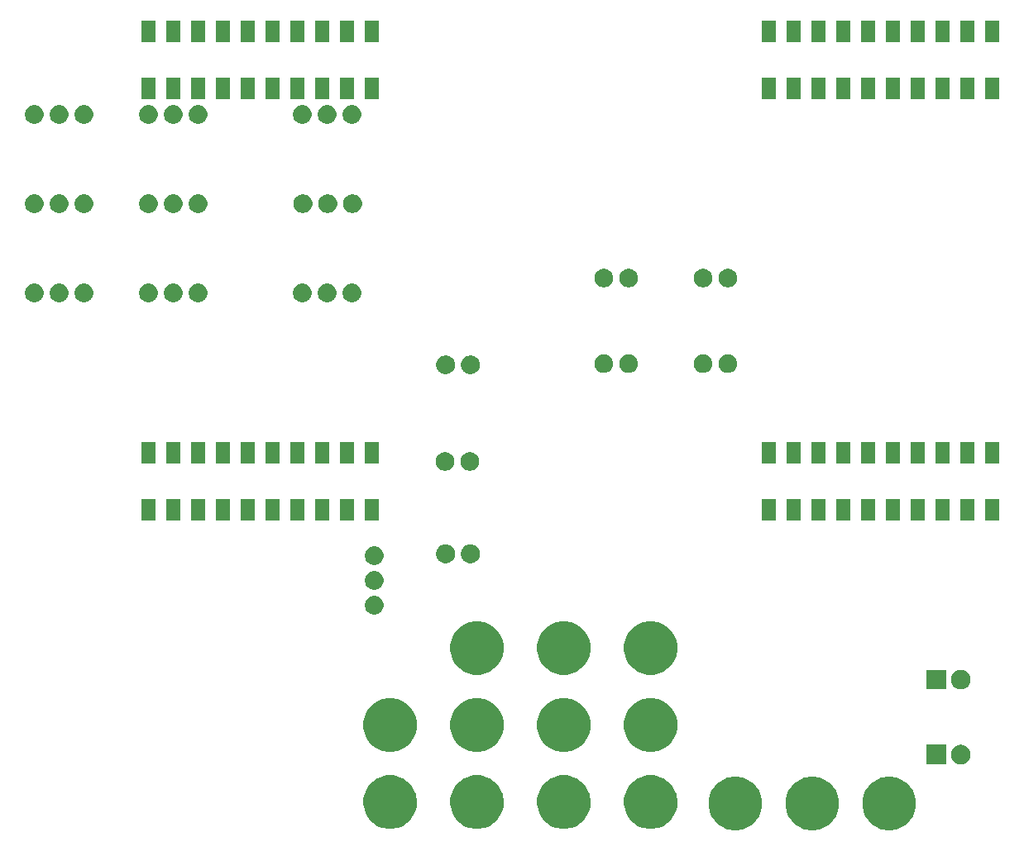
<source format=gbr>
G04 #@! TF.GenerationSoftware,KiCad,Pcbnew,(5.1.5)-2*
G04 #@! TF.CreationDate,2019-12-07T02:22:09-06:00*
G04 #@! TF.ProjectId,ArmBoard_Hardware,41726d42-6f61-4726-945f-486172647761,rev?*
G04 #@! TF.SameCoordinates,Original*
G04 #@! TF.FileFunction,Soldermask,Bot*
G04 #@! TF.FilePolarity,Negative*
%FSLAX46Y46*%
G04 Gerber Fmt 4.6, Leading zero omitted, Abs format (unit mm)*
G04 Created by KiCad (PCBNEW (5.1.5)-2) date 2019-12-07 02:22:09*
%MOMM*%
%LPD*%
G04 APERTURE LIST*
%ADD10C,0.100000*%
G04 APERTURE END LIST*
D10*
G36*
X151371775Y-126870197D02*
G01*
X151548229Y-126905296D01*
X152046877Y-127111843D01*
X152286124Y-127271703D01*
X152495648Y-127411703D01*
X152877297Y-127793352D01*
X153177158Y-128242125D01*
X153383704Y-128740772D01*
X153461153Y-129130134D01*
X153489000Y-129270134D01*
X153489000Y-129809866D01*
X153383704Y-130339229D01*
X153177157Y-130837877D01*
X152877297Y-131286648D01*
X152495648Y-131668297D01*
X152046877Y-131968157D01*
X151548229Y-132174704D01*
X151371775Y-132209803D01*
X151018868Y-132280000D01*
X150479132Y-132280000D01*
X150126225Y-132209803D01*
X149949771Y-132174704D01*
X149451123Y-131968157D01*
X149002352Y-131668297D01*
X148620703Y-131286648D01*
X148320843Y-130837877D01*
X148114296Y-130339229D01*
X148009000Y-129809866D01*
X148009000Y-129270134D01*
X148036848Y-129130134D01*
X148114296Y-128740772D01*
X148320842Y-128242125D01*
X148620703Y-127793352D01*
X149002352Y-127411703D01*
X149211876Y-127271703D01*
X149451123Y-127111843D01*
X149949771Y-126905296D01*
X150126225Y-126870197D01*
X150479132Y-126800000D01*
X151018868Y-126800000D01*
X151371775Y-126870197D01*
G37*
G36*
X135623775Y-126870197D02*
G01*
X135800229Y-126905296D01*
X136298877Y-127111843D01*
X136538124Y-127271703D01*
X136747648Y-127411703D01*
X137129297Y-127793352D01*
X137429158Y-128242125D01*
X137635704Y-128740772D01*
X137713153Y-129130134D01*
X137741000Y-129270134D01*
X137741000Y-129809866D01*
X137635704Y-130339229D01*
X137429157Y-130837877D01*
X137129297Y-131286648D01*
X136747648Y-131668297D01*
X136298877Y-131968157D01*
X135800229Y-132174704D01*
X135623775Y-132209803D01*
X135270868Y-132280000D01*
X134731132Y-132280000D01*
X134378225Y-132209803D01*
X134201771Y-132174704D01*
X133703123Y-131968157D01*
X133254352Y-131668297D01*
X132872703Y-131286648D01*
X132572843Y-130837877D01*
X132366296Y-130339229D01*
X132261000Y-129809866D01*
X132261000Y-129270134D01*
X132288848Y-129130134D01*
X132366296Y-128740772D01*
X132572842Y-128242125D01*
X132872703Y-127793352D01*
X133254352Y-127411703D01*
X133463876Y-127271703D01*
X133703123Y-127111843D01*
X134201771Y-126905296D01*
X134378225Y-126870197D01*
X134731132Y-126800000D01*
X135270868Y-126800000D01*
X135623775Y-126870197D01*
G37*
G36*
X143497775Y-126870197D02*
G01*
X143674229Y-126905296D01*
X144172877Y-127111843D01*
X144412124Y-127271703D01*
X144621648Y-127411703D01*
X145003297Y-127793352D01*
X145303158Y-128242125D01*
X145509704Y-128740772D01*
X145587153Y-129130134D01*
X145615000Y-129270134D01*
X145615000Y-129809866D01*
X145509704Y-130339229D01*
X145303157Y-130837877D01*
X145003297Y-131286648D01*
X144621648Y-131668297D01*
X144172877Y-131968157D01*
X143674229Y-132174704D01*
X143497775Y-132209803D01*
X143144868Y-132280000D01*
X142605132Y-132280000D01*
X142252225Y-132209803D01*
X142075771Y-132174704D01*
X141577123Y-131968157D01*
X141128352Y-131668297D01*
X140746703Y-131286648D01*
X140446843Y-130837877D01*
X140240296Y-130339229D01*
X140135000Y-129809866D01*
X140135000Y-129270134D01*
X140162848Y-129130134D01*
X140240296Y-128740772D01*
X140446842Y-128242125D01*
X140746703Y-127793352D01*
X141128352Y-127411703D01*
X141337876Y-127271703D01*
X141577123Y-127111843D01*
X142075771Y-126905296D01*
X142252225Y-126870197D01*
X142605132Y-126800000D01*
X143144868Y-126800000D01*
X143497775Y-126870197D01*
G37*
G36*
X109181775Y-126730197D02*
G01*
X109358229Y-126765296D01*
X109856877Y-126971843D01*
X110305648Y-127271703D01*
X110687297Y-127653352D01*
X110987157Y-128102123D01*
X111193704Y-128600771D01*
X111221552Y-128740772D01*
X111299000Y-129130132D01*
X111299000Y-129669868D01*
X111271152Y-129809868D01*
X111193704Y-130199229D01*
X110987157Y-130697877D01*
X110687297Y-131146648D01*
X110305648Y-131528297D01*
X109856877Y-131828157D01*
X109358229Y-132034704D01*
X109181775Y-132069803D01*
X108828868Y-132140000D01*
X108289132Y-132140000D01*
X107936225Y-132069803D01*
X107759771Y-132034704D01*
X107261123Y-131828157D01*
X106812352Y-131528297D01*
X106430703Y-131146648D01*
X106130843Y-130697877D01*
X105924296Y-130199229D01*
X105846848Y-129809868D01*
X105819000Y-129669868D01*
X105819000Y-129130132D01*
X105896448Y-128740772D01*
X105924296Y-128600771D01*
X106130843Y-128102123D01*
X106430703Y-127653352D01*
X106812352Y-127271703D01*
X107261123Y-126971843D01*
X107759771Y-126765296D01*
X107936225Y-126730197D01*
X108289132Y-126660000D01*
X108828868Y-126660000D01*
X109181775Y-126730197D01*
G37*
G36*
X100291775Y-126730197D02*
G01*
X100468229Y-126765296D01*
X100966877Y-126971843D01*
X101415648Y-127271703D01*
X101797297Y-127653352D01*
X102097157Y-128102123D01*
X102303704Y-128600771D01*
X102331552Y-128740772D01*
X102409000Y-129130132D01*
X102409000Y-129669868D01*
X102381152Y-129809868D01*
X102303704Y-130199229D01*
X102097157Y-130697877D01*
X101797297Y-131146648D01*
X101415648Y-131528297D01*
X100966877Y-131828157D01*
X100468229Y-132034704D01*
X100291775Y-132069803D01*
X99938868Y-132140000D01*
X99399132Y-132140000D01*
X99046225Y-132069803D01*
X98869771Y-132034704D01*
X98371123Y-131828157D01*
X97922352Y-131528297D01*
X97540703Y-131146648D01*
X97240843Y-130697877D01*
X97034296Y-130199229D01*
X96956848Y-129809868D01*
X96929000Y-129669868D01*
X96929000Y-129130132D01*
X97006448Y-128740772D01*
X97034296Y-128600771D01*
X97240843Y-128102123D01*
X97540703Y-127653352D01*
X97922352Y-127271703D01*
X98371123Y-126971843D01*
X98869771Y-126765296D01*
X99046225Y-126730197D01*
X99399132Y-126660000D01*
X99938868Y-126660000D01*
X100291775Y-126730197D01*
G37*
G36*
X118071775Y-126730197D02*
G01*
X118248229Y-126765296D01*
X118746877Y-126971843D01*
X119195648Y-127271703D01*
X119577297Y-127653352D01*
X119877157Y-128102123D01*
X120083704Y-128600771D01*
X120111552Y-128740772D01*
X120189000Y-129130132D01*
X120189000Y-129669868D01*
X120161152Y-129809868D01*
X120083704Y-130199229D01*
X119877157Y-130697877D01*
X119577297Y-131146648D01*
X119195648Y-131528297D01*
X118746877Y-131828157D01*
X118248229Y-132034704D01*
X118071775Y-132069803D01*
X117718868Y-132140000D01*
X117179132Y-132140000D01*
X116826225Y-132069803D01*
X116649771Y-132034704D01*
X116151123Y-131828157D01*
X115702352Y-131528297D01*
X115320703Y-131146648D01*
X115020843Y-130697877D01*
X114814296Y-130199229D01*
X114736848Y-129809868D01*
X114709000Y-129669868D01*
X114709000Y-129130132D01*
X114786448Y-128740772D01*
X114814296Y-128600771D01*
X115020843Y-128102123D01*
X115320703Y-127653352D01*
X115702352Y-127271703D01*
X116151123Y-126971843D01*
X116649771Y-126765296D01*
X116826225Y-126730197D01*
X117179132Y-126660000D01*
X117718868Y-126660000D01*
X118071775Y-126730197D01*
G37*
G36*
X126961775Y-126730197D02*
G01*
X127138229Y-126765296D01*
X127636877Y-126971843D01*
X128085648Y-127271703D01*
X128467297Y-127653352D01*
X128767157Y-128102123D01*
X128973704Y-128600771D01*
X129001552Y-128740772D01*
X129079000Y-129130132D01*
X129079000Y-129669868D01*
X129051152Y-129809868D01*
X128973704Y-130199229D01*
X128767157Y-130697877D01*
X128467297Y-131146648D01*
X128085648Y-131528297D01*
X127636877Y-131828157D01*
X127138229Y-132034704D01*
X126961775Y-132069803D01*
X126608868Y-132140000D01*
X126069132Y-132140000D01*
X125716225Y-132069803D01*
X125539771Y-132034704D01*
X125041123Y-131828157D01*
X124592352Y-131528297D01*
X124210703Y-131146648D01*
X123910843Y-130697877D01*
X123704296Y-130199229D01*
X123626848Y-129809868D01*
X123599000Y-129669868D01*
X123599000Y-129130132D01*
X123676448Y-128740772D01*
X123704296Y-128600771D01*
X123910843Y-128102123D01*
X124210703Y-127653352D01*
X124592352Y-127271703D01*
X125041123Y-126971843D01*
X125539771Y-126765296D01*
X125716225Y-126730197D01*
X126069132Y-126660000D01*
X126608868Y-126660000D01*
X126961775Y-126730197D01*
G37*
G36*
X156575000Y-125523500D02*
G01*
X154575000Y-125523500D01*
X154575000Y-123523500D01*
X156575000Y-123523500D01*
X156575000Y-125523500D01*
G37*
G36*
X158302290Y-123549119D02*
G01*
X158366689Y-123561929D01*
X158548678Y-123637311D01*
X158712463Y-123746749D01*
X158851751Y-123886037D01*
X158961189Y-124049822D01*
X159036571Y-124231811D01*
X159075000Y-124425009D01*
X159075000Y-124621991D01*
X159036571Y-124815189D01*
X158961189Y-124997178D01*
X158851751Y-125160963D01*
X158712463Y-125300251D01*
X158548678Y-125409689D01*
X158366689Y-125485071D01*
X158302290Y-125497881D01*
X158173493Y-125523500D01*
X157976507Y-125523500D01*
X157847710Y-125497881D01*
X157783311Y-125485071D01*
X157601322Y-125409689D01*
X157437537Y-125300251D01*
X157298249Y-125160963D01*
X157188811Y-124997178D01*
X157113429Y-124815189D01*
X157075000Y-124621991D01*
X157075000Y-124425009D01*
X157113429Y-124231811D01*
X157188811Y-124049822D01*
X157298249Y-123886037D01*
X157437537Y-123746749D01*
X157601322Y-123637311D01*
X157783311Y-123561929D01*
X157847710Y-123549119D01*
X157976507Y-123523500D01*
X158173493Y-123523500D01*
X158302290Y-123549119D01*
G37*
G36*
X100291775Y-118830197D02*
G01*
X100468229Y-118865296D01*
X100966877Y-119071843D01*
X101415648Y-119371703D01*
X101797297Y-119753352D01*
X102097157Y-120202123D01*
X102303704Y-120700771D01*
X102409000Y-121230134D01*
X102409000Y-121769866D01*
X102303704Y-122299229D01*
X102097157Y-122797877D01*
X101797297Y-123246648D01*
X101415648Y-123628297D01*
X100966877Y-123928157D01*
X100468229Y-124134704D01*
X100291775Y-124169803D01*
X99938868Y-124240000D01*
X99399132Y-124240000D01*
X99046225Y-124169803D01*
X98869771Y-124134704D01*
X98371123Y-123928157D01*
X97922352Y-123628297D01*
X97540703Y-123246648D01*
X97240843Y-122797877D01*
X97034296Y-122299229D01*
X96929000Y-121769866D01*
X96929000Y-121230134D01*
X97034296Y-120700771D01*
X97240843Y-120202123D01*
X97540703Y-119753352D01*
X97922352Y-119371703D01*
X98371123Y-119071843D01*
X98869771Y-118865296D01*
X99046225Y-118830197D01*
X99399132Y-118760000D01*
X99938868Y-118760000D01*
X100291775Y-118830197D01*
G37*
G36*
X109181775Y-118830197D02*
G01*
X109358229Y-118865296D01*
X109856877Y-119071843D01*
X110305648Y-119371703D01*
X110687297Y-119753352D01*
X110987157Y-120202123D01*
X111193704Y-120700771D01*
X111299000Y-121230134D01*
X111299000Y-121769866D01*
X111193704Y-122299229D01*
X110987157Y-122797877D01*
X110687297Y-123246648D01*
X110305648Y-123628297D01*
X109856877Y-123928157D01*
X109358229Y-124134704D01*
X109181775Y-124169803D01*
X108828868Y-124240000D01*
X108289132Y-124240000D01*
X107936225Y-124169803D01*
X107759771Y-124134704D01*
X107261123Y-123928157D01*
X106812352Y-123628297D01*
X106430703Y-123246648D01*
X106130843Y-122797877D01*
X105924296Y-122299229D01*
X105819000Y-121769866D01*
X105819000Y-121230134D01*
X105924296Y-120700771D01*
X106130843Y-120202123D01*
X106430703Y-119753352D01*
X106812352Y-119371703D01*
X107261123Y-119071843D01*
X107759771Y-118865296D01*
X107936225Y-118830197D01*
X108289132Y-118760000D01*
X108828868Y-118760000D01*
X109181775Y-118830197D01*
G37*
G36*
X126961775Y-118830197D02*
G01*
X127138229Y-118865296D01*
X127636877Y-119071843D01*
X128085648Y-119371703D01*
X128467297Y-119753352D01*
X128767157Y-120202123D01*
X128973704Y-120700771D01*
X129079000Y-121230134D01*
X129079000Y-121769866D01*
X128973704Y-122299229D01*
X128767157Y-122797877D01*
X128467297Y-123246648D01*
X128085648Y-123628297D01*
X127636877Y-123928157D01*
X127138229Y-124134704D01*
X126961775Y-124169803D01*
X126608868Y-124240000D01*
X126069132Y-124240000D01*
X125716225Y-124169803D01*
X125539771Y-124134704D01*
X125041123Y-123928157D01*
X124592352Y-123628297D01*
X124210703Y-123246648D01*
X123910843Y-122797877D01*
X123704296Y-122299229D01*
X123599000Y-121769866D01*
X123599000Y-121230134D01*
X123704296Y-120700771D01*
X123910843Y-120202123D01*
X124210703Y-119753352D01*
X124592352Y-119371703D01*
X125041123Y-119071843D01*
X125539771Y-118865296D01*
X125716225Y-118830197D01*
X126069132Y-118760000D01*
X126608868Y-118760000D01*
X126961775Y-118830197D01*
G37*
G36*
X118071775Y-118830197D02*
G01*
X118248229Y-118865296D01*
X118746877Y-119071843D01*
X119195648Y-119371703D01*
X119577297Y-119753352D01*
X119877157Y-120202123D01*
X120083704Y-120700771D01*
X120189000Y-121230134D01*
X120189000Y-121769866D01*
X120083704Y-122299229D01*
X119877157Y-122797877D01*
X119577297Y-123246648D01*
X119195648Y-123628297D01*
X118746877Y-123928157D01*
X118248229Y-124134704D01*
X118071775Y-124169803D01*
X117718868Y-124240000D01*
X117179132Y-124240000D01*
X116826225Y-124169803D01*
X116649771Y-124134704D01*
X116151123Y-123928157D01*
X115702352Y-123628297D01*
X115320703Y-123246648D01*
X115020843Y-122797877D01*
X114814296Y-122299229D01*
X114709000Y-121769866D01*
X114709000Y-121230134D01*
X114814296Y-120700771D01*
X115020843Y-120202123D01*
X115320703Y-119753352D01*
X115702352Y-119371703D01*
X116151123Y-119071843D01*
X116649771Y-118865296D01*
X116826225Y-118830197D01*
X117179132Y-118760000D01*
X117718868Y-118760000D01*
X118071775Y-118830197D01*
G37*
G36*
X158302290Y-115865619D02*
G01*
X158366689Y-115878429D01*
X158548678Y-115953811D01*
X158712463Y-116063249D01*
X158851751Y-116202537D01*
X158961189Y-116366322D01*
X159036571Y-116548311D01*
X159075000Y-116741509D01*
X159075000Y-116938491D01*
X159036571Y-117131689D01*
X158961189Y-117313678D01*
X158851751Y-117477463D01*
X158712463Y-117616751D01*
X158548678Y-117726189D01*
X158366689Y-117801571D01*
X158302290Y-117814381D01*
X158173493Y-117840000D01*
X157976507Y-117840000D01*
X157847710Y-117814381D01*
X157783311Y-117801571D01*
X157601322Y-117726189D01*
X157437537Y-117616751D01*
X157298249Y-117477463D01*
X157188811Y-117313678D01*
X157113429Y-117131689D01*
X157075000Y-116938491D01*
X157075000Y-116741509D01*
X157113429Y-116548311D01*
X157188811Y-116366322D01*
X157298249Y-116202537D01*
X157437537Y-116063249D01*
X157601322Y-115953811D01*
X157783311Y-115878429D01*
X157847710Y-115865619D01*
X157976507Y-115840000D01*
X158173493Y-115840000D01*
X158302290Y-115865619D01*
G37*
G36*
X156575000Y-117840000D02*
G01*
X154575000Y-117840000D01*
X154575000Y-115840000D01*
X156575000Y-115840000D01*
X156575000Y-117840000D01*
G37*
G36*
X118071775Y-110930197D02*
G01*
X118248229Y-110965296D01*
X118746877Y-111171843D01*
X119195648Y-111471703D01*
X119577297Y-111853352D01*
X119877157Y-112302123D01*
X120083704Y-112800771D01*
X120189000Y-113330134D01*
X120189000Y-113869866D01*
X120083704Y-114399229D01*
X119877157Y-114897877D01*
X119577297Y-115346648D01*
X119195648Y-115728297D01*
X118746877Y-116028157D01*
X118248229Y-116234704D01*
X118071775Y-116269803D01*
X117718868Y-116340000D01*
X117179132Y-116340000D01*
X116826225Y-116269803D01*
X116649771Y-116234704D01*
X116151123Y-116028157D01*
X115702352Y-115728297D01*
X115320703Y-115346648D01*
X115020843Y-114897877D01*
X114814296Y-114399229D01*
X114709000Y-113869866D01*
X114709000Y-113330134D01*
X114814296Y-112800771D01*
X115020843Y-112302123D01*
X115320703Y-111853352D01*
X115702352Y-111471703D01*
X116151123Y-111171843D01*
X116649771Y-110965296D01*
X116826225Y-110930197D01*
X117179132Y-110860000D01*
X117718868Y-110860000D01*
X118071775Y-110930197D01*
G37*
G36*
X109181775Y-110930197D02*
G01*
X109358229Y-110965296D01*
X109856877Y-111171843D01*
X110305648Y-111471703D01*
X110687297Y-111853352D01*
X110987157Y-112302123D01*
X111193704Y-112800771D01*
X111299000Y-113330134D01*
X111299000Y-113869866D01*
X111193704Y-114399229D01*
X110987157Y-114897877D01*
X110687297Y-115346648D01*
X110305648Y-115728297D01*
X109856877Y-116028157D01*
X109358229Y-116234704D01*
X109181775Y-116269803D01*
X108828868Y-116340000D01*
X108289132Y-116340000D01*
X107936225Y-116269803D01*
X107759771Y-116234704D01*
X107261123Y-116028157D01*
X106812352Y-115728297D01*
X106430703Y-115346648D01*
X106130843Y-114897877D01*
X105924296Y-114399229D01*
X105819000Y-113869866D01*
X105819000Y-113330134D01*
X105924296Y-112800771D01*
X106130843Y-112302123D01*
X106430703Y-111853352D01*
X106812352Y-111471703D01*
X107261123Y-111171843D01*
X107759771Y-110965296D01*
X107936225Y-110930197D01*
X108289132Y-110860000D01*
X108828868Y-110860000D01*
X109181775Y-110930197D01*
G37*
G36*
X126961775Y-110930197D02*
G01*
X127138229Y-110965296D01*
X127636877Y-111171843D01*
X128085648Y-111471703D01*
X128467297Y-111853352D01*
X128767157Y-112302123D01*
X128973704Y-112800771D01*
X129079000Y-113330134D01*
X129079000Y-113869866D01*
X128973704Y-114399229D01*
X128767157Y-114897877D01*
X128467297Y-115346648D01*
X128085648Y-115728297D01*
X127636877Y-116028157D01*
X127138229Y-116234704D01*
X126961775Y-116269803D01*
X126608868Y-116340000D01*
X126069132Y-116340000D01*
X125716225Y-116269803D01*
X125539771Y-116234704D01*
X125041123Y-116028157D01*
X124592352Y-115728297D01*
X124210703Y-115346648D01*
X123910843Y-114897877D01*
X123704296Y-114399229D01*
X123599000Y-113869866D01*
X123599000Y-113330134D01*
X123704296Y-112800771D01*
X123910843Y-112302123D01*
X124210703Y-111853352D01*
X124592352Y-111471703D01*
X125041123Y-111171843D01*
X125539771Y-110965296D01*
X125716225Y-110930197D01*
X126069132Y-110860000D01*
X126608868Y-110860000D01*
X126961775Y-110930197D01*
G37*
G36*
X98324604Y-108294968D02*
G01*
X98412142Y-108331228D01*
X98499678Y-108367486D01*
X98499679Y-108367487D01*
X98657237Y-108472763D01*
X98791237Y-108606763D01*
X98879007Y-108738121D01*
X98896514Y-108764322D01*
X98969032Y-108939396D01*
X99006000Y-109125250D01*
X99006000Y-109314750D01*
X98969032Y-109500604D01*
X98896514Y-109675678D01*
X98896513Y-109675679D01*
X98791237Y-109833237D01*
X98657237Y-109967237D01*
X98525879Y-110055007D01*
X98499678Y-110072514D01*
X98412142Y-110108772D01*
X98324604Y-110145032D01*
X98138750Y-110182000D01*
X97949250Y-110182000D01*
X97763396Y-110145032D01*
X97675858Y-110108772D01*
X97588322Y-110072514D01*
X97562121Y-110055007D01*
X97430763Y-109967237D01*
X97296763Y-109833237D01*
X97191487Y-109675679D01*
X97191486Y-109675678D01*
X97118968Y-109500604D01*
X97082000Y-109314750D01*
X97082000Y-109125250D01*
X97118968Y-108939396D01*
X97191486Y-108764322D01*
X97208993Y-108738121D01*
X97296763Y-108606763D01*
X97430763Y-108472763D01*
X97588321Y-108367487D01*
X97588322Y-108367486D01*
X97675858Y-108331228D01*
X97763396Y-108294968D01*
X97949250Y-108258000D01*
X98138750Y-108258000D01*
X98324604Y-108294968D01*
G37*
G36*
X98324604Y-105754968D02*
G01*
X98412142Y-105791228D01*
X98499678Y-105827486D01*
X98499679Y-105827487D01*
X98657237Y-105932763D01*
X98791237Y-106066763D01*
X98879007Y-106198121D01*
X98896514Y-106224322D01*
X98969032Y-106399396D01*
X99006000Y-106585250D01*
X99006000Y-106774750D01*
X98969032Y-106960604D01*
X98896514Y-107135678D01*
X98896513Y-107135679D01*
X98791237Y-107293237D01*
X98657237Y-107427237D01*
X98525879Y-107515007D01*
X98499678Y-107532514D01*
X98412142Y-107568772D01*
X98324604Y-107605032D01*
X98138750Y-107642000D01*
X97949250Y-107642000D01*
X97763396Y-107605032D01*
X97675858Y-107568772D01*
X97588322Y-107532514D01*
X97562121Y-107515007D01*
X97430763Y-107427237D01*
X97296763Y-107293237D01*
X97191487Y-107135679D01*
X97191486Y-107135678D01*
X97155228Y-107048142D01*
X97118968Y-106960604D01*
X97082000Y-106774750D01*
X97082000Y-106585250D01*
X97118968Y-106399396D01*
X97191486Y-106224322D01*
X97208993Y-106198121D01*
X97296763Y-106066763D01*
X97430763Y-105932763D01*
X97588321Y-105827487D01*
X97588322Y-105827486D01*
X97763396Y-105754968D01*
X97949250Y-105718000D01*
X98138750Y-105718000D01*
X98324604Y-105754968D01*
G37*
G36*
X98324604Y-103214968D02*
G01*
X98499678Y-103287486D01*
X98499679Y-103287487D01*
X98657237Y-103392763D01*
X98791237Y-103526763D01*
X98879007Y-103658121D01*
X98896514Y-103684322D01*
X98932772Y-103771858D01*
X98969032Y-103859396D01*
X99006000Y-104045250D01*
X99006000Y-104234750D01*
X98969032Y-104420604D01*
X98896514Y-104595678D01*
X98896513Y-104595679D01*
X98791237Y-104753237D01*
X98657237Y-104887237D01*
X98525879Y-104975007D01*
X98499678Y-104992514D01*
X98412142Y-105028772D01*
X98324604Y-105065032D01*
X98138750Y-105102000D01*
X97949250Y-105102000D01*
X97763396Y-105065032D01*
X97588322Y-104992514D01*
X97562121Y-104975007D01*
X97430763Y-104887237D01*
X97296763Y-104753237D01*
X97191487Y-104595679D01*
X97191486Y-104595678D01*
X97118968Y-104420604D01*
X97082000Y-104234750D01*
X97082000Y-104045250D01*
X97118968Y-103859396D01*
X97191486Y-103684322D01*
X97208993Y-103658121D01*
X97296763Y-103526763D01*
X97430763Y-103392763D01*
X97588321Y-103287487D01*
X97588322Y-103287486D01*
X97763396Y-103214968D01*
X97949250Y-103178000D01*
X98138750Y-103178000D01*
X98324604Y-103214968D01*
G37*
G36*
X105627104Y-103024468D02*
G01*
X105714642Y-103060728D01*
X105802178Y-103096986D01*
X105802179Y-103096987D01*
X105959737Y-103202263D01*
X106093737Y-103336263D01*
X106181507Y-103467621D01*
X106199014Y-103493822D01*
X106212658Y-103526763D01*
X106271532Y-103668896D01*
X106308500Y-103854750D01*
X106308500Y-104044250D01*
X106271532Y-104230104D01*
X106199014Y-104405178D01*
X106188706Y-104420605D01*
X106093737Y-104562737D01*
X105959737Y-104696737D01*
X105828379Y-104784507D01*
X105802178Y-104802014D01*
X105714642Y-104838272D01*
X105627104Y-104874532D01*
X105441250Y-104911500D01*
X105251750Y-104911500D01*
X105065896Y-104874532D01*
X104890822Y-104802014D01*
X104864621Y-104784507D01*
X104733263Y-104696737D01*
X104599263Y-104562737D01*
X104504294Y-104420605D01*
X104493986Y-104405178D01*
X104457728Y-104317642D01*
X104421468Y-104230104D01*
X104384500Y-104044250D01*
X104384500Y-103854750D01*
X104421468Y-103668896D01*
X104480342Y-103526763D01*
X104493986Y-103493822D01*
X104511493Y-103467621D01*
X104599263Y-103336263D01*
X104733263Y-103202263D01*
X104890821Y-103096987D01*
X104890822Y-103096986D01*
X104978358Y-103060728D01*
X105065896Y-103024468D01*
X105251750Y-102987500D01*
X105441250Y-102987500D01*
X105627104Y-103024468D01*
G37*
G36*
X108167104Y-103024468D02*
G01*
X108254642Y-103060728D01*
X108342178Y-103096986D01*
X108342179Y-103096987D01*
X108499737Y-103202263D01*
X108633737Y-103336263D01*
X108721507Y-103467621D01*
X108739014Y-103493822D01*
X108752658Y-103526763D01*
X108811532Y-103668896D01*
X108848500Y-103854750D01*
X108848500Y-104044250D01*
X108811532Y-104230104D01*
X108739014Y-104405178D01*
X108728706Y-104420605D01*
X108633737Y-104562737D01*
X108499737Y-104696737D01*
X108368379Y-104784507D01*
X108342178Y-104802014D01*
X108254642Y-104838272D01*
X108167104Y-104874532D01*
X107981250Y-104911500D01*
X107791750Y-104911500D01*
X107605896Y-104874532D01*
X107430822Y-104802014D01*
X107404621Y-104784507D01*
X107273263Y-104696737D01*
X107139263Y-104562737D01*
X107044294Y-104420605D01*
X107033986Y-104405178D01*
X106997728Y-104317642D01*
X106961468Y-104230104D01*
X106924500Y-104044250D01*
X106924500Y-103854750D01*
X106961468Y-103668896D01*
X107020342Y-103526763D01*
X107033986Y-103493822D01*
X107051493Y-103467621D01*
X107139263Y-103336263D01*
X107273263Y-103202263D01*
X107430821Y-103096987D01*
X107430822Y-103096986D01*
X107518358Y-103060728D01*
X107605896Y-103024468D01*
X107791750Y-102987500D01*
X107981250Y-102987500D01*
X108167104Y-103024468D01*
G37*
G36*
X149285300Y-100555400D02*
G01*
X147894700Y-100555400D01*
X147894700Y-98377400D01*
X149285300Y-98377400D01*
X149285300Y-100555400D01*
G37*
G36*
X139125300Y-100555400D02*
G01*
X137734700Y-100555400D01*
X137734700Y-98377400D01*
X139125300Y-98377400D01*
X139125300Y-100555400D01*
G37*
G36*
X141665300Y-100555400D02*
G01*
X140274700Y-100555400D01*
X140274700Y-98377400D01*
X141665300Y-98377400D01*
X141665300Y-100555400D01*
G37*
G36*
X144205300Y-100555400D02*
G01*
X142814700Y-100555400D01*
X142814700Y-98377400D01*
X144205300Y-98377400D01*
X144205300Y-100555400D01*
G37*
G36*
X146745300Y-100555400D02*
G01*
X145354700Y-100555400D01*
X145354700Y-98377400D01*
X146745300Y-98377400D01*
X146745300Y-100555400D01*
G37*
G36*
X151825300Y-100555400D02*
G01*
X150434700Y-100555400D01*
X150434700Y-98377400D01*
X151825300Y-98377400D01*
X151825300Y-100555400D01*
G37*
G36*
X154365300Y-100555400D02*
G01*
X152974700Y-100555400D01*
X152974700Y-98377400D01*
X154365300Y-98377400D01*
X154365300Y-100555400D01*
G37*
G36*
X156905300Y-100555400D02*
G01*
X155514700Y-100555400D01*
X155514700Y-98377400D01*
X156905300Y-98377400D01*
X156905300Y-100555400D01*
G37*
G36*
X159445300Y-100555400D02*
G01*
X158054700Y-100555400D01*
X158054700Y-98377400D01*
X159445300Y-98377400D01*
X159445300Y-100555400D01*
G37*
G36*
X161985300Y-100555400D02*
G01*
X160594700Y-100555400D01*
X160594700Y-98377400D01*
X161985300Y-98377400D01*
X161985300Y-100555400D01*
G37*
G36*
X95945300Y-100555400D02*
G01*
X94554700Y-100555400D01*
X94554700Y-98377400D01*
X95945300Y-98377400D01*
X95945300Y-100555400D01*
G37*
G36*
X93405300Y-100555400D02*
G01*
X92014700Y-100555400D01*
X92014700Y-98377400D01*
X93405300Y-98377400D01*
X93405300Y-100555400D01*
G37*
G36*
X78165300Y-100555400D02*
G01*
X76774700Y-100555400D01*
X76774700Y-98377400D01*
X78165300Y-98377400D01*
X78165300Y-100555400D01*
G37*
G36*
X83245300Y-100555400D02*
G01*
X81854700Y-100555400D01*
X81854700Y-98377400D01*
X83245300Y-98377400D01*
X83245300Y-100555400D01*
G37*
G36*
X80705300Y-100555400D02*
G01*
X79314700Y-100555400D01*
X79314700Y-98377400D01*
X80705300Y-98377400D01*
X80705300Y-100555400D01*
G37*
G36*
X88325300Y-100555400D02*
G01*
X86934700Y-100555400D01*
X86934700Y-98377400D01*
X88325300Y-98377400D01*
X88325300Y-100555400D01*
G37*
G36*
X85785300Y-100555400D02*
G01*
X84394700Y-100555400D01*
X84394700Y-98377400D01*
X85785300Y-98377400D01*
X85785300Y-100555400D01*
G37*
G36*
X75625300Y-100555400D02*
G01*
X74234700Y-100555400D01*
X74234700Y-98377400D01*
X75625300Y-98377400D01*
X75625300Y-100555400D01*
G37*
G36*
X90865300Y-100555400D02*
G01*
X89474700Y-100555400D01*
X89474700Y-98377400D01*
X90865300Y-98377400D01*
X90865300Y-100555400D01*
G37*
G36*
X98485300Y-100555400D02*
G01*
X97094700Y-100555400D01*
X97094700Y-98377400D01*
X98485300Y-98377400D01*
X98485300Y-100555400D01*
G37*
G36*
X105563604Y-93562968D02*
G01*
X105738678Y-93635486D01*
X105738679Y-93635487D01*
X105896237Y-93740763D01*
X106030237Y-93874763D01*
X106118007Y-94006121D01*
X106135514Y-94032322D01*
X106208032Y-94207396D01*
X106245000Y-94393250D01*
X106245000Y-94582750D01*
X106208032Y-94768604D01*
X106135514Y-94943678D01*
X106135513Y-94943679D01*
X106030237Y-95101237D01*
X105896237Y-95235237D01*
X105764879Y-95323007D01*
X105738678Y-95340514D01*
X105651142Y-95376772D01*
X105563604Y-95413032D01*
X105377750Y-95450000D01*
X105188250Y-95450000D01*
X105002396Y-95413032D01*
X104827322Y-95340514D01*
X104801121Y-95323007D01*
X104669763Y-95235237D01*
X104535763Y-95101237D01*
X104430487Y-94943679D01*
X104430486Y-94943678D01*
X104357968Y-94768604D01*
X104321000Y-94582750D01*
X104321000Y-94393250D01*
X104357968Y-94207396D01*
X104394228Y-94119858D01*
X104430486Y-94032322D01*
X104447993Y-94006121D01*
X104535763Y-93874763D01*
X104669763Y-93740763D01*
X104827321Y-93635487D01*
X104827322Y-93635486D01*
X105002396Y-93562968D01*
X105188250Y-93526000D01*
X105377750Y-93526000D01*
X105563604Y-93562968D01*
G37*
G36*
X108103604Y-93562968D02*
G01*
X108278678Y-93635486D01*
X108278679Y-93635487D01*
X108436237Y-93740763D01*
X108570237Y-93874763D01*
X108658007Y-94006121D01*
X108675514Y-94032322D01*
X108748032Y-94207396D01*
X108785000Y-94393250D01*
X108785000Y-94582750D01*
X108748032Y-94768604D01*
X108675514Y-94943678D01*
X108675513Y-94943679D01*
X108570237Y-95101237D01*
X108436237Y-95235237D01*
X108304879Y-95323007D01*
X108278678Y-95340514D01*
X108191142Y-95376772D01*
X108103604Y-95413032D01*
X107917750Y-95450000D01*
X107728250Y-95450000D01*
X107542396Y-95413032D01*
X107367322Y-95340514D01*
X107341121Y-95323007D01*
X107209763Y-95235237D01*
X107075763Y-95101237D01*
X106970487Y-94943679D01*
X106970486Y-94943678D01*
X106897968Y-94768604D01*
X106861000Y-94582750D01*
X106861000Y-94393250D01*
X106897968Y-94207396D01*
X106934228Y-94119858D01*
X106970486Y-94032322D01*
X106987993Y-94006121D01*
X107075763Y-93874763D01*
X107209763Y-93740763D01*
X107367321Y-93635487D01*
X107367322Y-93635486D01*
X107542396Y-93562968D01*
X107728250Y-93526000D01*
X107917750Y-93526000D01*
X108103604Y-93562968D01*
G37*
G36*
X141665300Y-94662600D02*
G01*
X140274700Y-94662600D01*
X140274700Y-92484600D01*
X141665300Y-92484600D01*
X141665300Y-94662600D01*
G37*
G36*
X144205300Y-94662600D02*
G01*
X142814700Y-94662600D01*
X142814700Y-92484600D01*
X144205300Y-92484600D01*
X144205300Y-94662600D01*
G37*
G36*
X139125300Y-94662600D02*
G01*
X137734700Y-94662600D01*
X137734700Y-92484600D01*
X139125300Y-92484600D01*
X139125300Y-94662600D01*
G37*
G36*
X95945300Y-94662600D02*
G01*
X94554700Y-94662600D01*
X94554700Y-92484600D01*
X95945300Y-92484600D01*
X95945300Y-94662600D01*
G37*
G36*
X98485300Y-94662600D02*
G01*
X97094700Y-94662600D01*
X97094700Y-92484600D01*
X98485300Y-92484600D01*
X98485300Y-94662600D01*
G37*
G36*
X93405300Y-94662600D02*
G01*
X92014700Y-94662600D01*
X92014700Y-92484600D01*
X93405300Y-92484600D01*
X93405300Y-94662600D01*
G37*
G36*
X90865300Y-94662600D02*
G01*
X89474700Y-94662600D01*
X89474700Y-92484600D01*
X90865300Y-92484600D01*
X90865300Y-94662600D01*
G37*
G36*
X88325300Y-94662600D02*
G01*
X86934700Y-94662600D01*
X86934700Y-92484600D01*
X88325300Y-92484600D01*
X88325300Y-94662600D01*
G37*
G36*
X85785300Y-94662600D02*
G01*
X84394700Y-94662600D01*
X84394700Y-92484600D01*
X85785300Y-92484600D01*
X85785300Y-94662600D01*
G37*
G36*
X75625300Y-94662600D02*
G01*
X74234700Y-94662600D01*
X74234700Y-92484600D01*
X75625300Y-92484600D01*
X75625300Y-94662600D01*
G37*
G36*
X80705300Y-94662600D02*
G01*
X79314700Y-94662600D01*
X79314700Y-92484600D01*
X80705300Y-92484600D01*
X80705300Y-94662600D01*
G37*
G36*
X161985300Y-94662600D02*
G01*
X160594700Y-94662600D01*
X160594700Y-92484600D01*
X161985300Y-92484600D01*
X161985300Y-94662600D01*
G37*
G36*
X159445300Y-94662600D02*
G01*
X158054700Y-94662600D01*
X158054700Y-92484600D01*
X159445300Y-92484600D01*
X159445300Y-94662600D01*
G37*
G36*
X156905300Y-94662600D02*
G01*
X155514700Y-94662600D01*
X155514700Y-92484600D01*
X156905300Y-92484600D01*
X156905300Y-94662600D01*
G37*
G36*
X154365300Y-94662600D02*
G01*
X152974700Y-94662600D01*
X152974700Y-92484600D01*
X154365300Y-92484600D01*
X154365300Y-94662600D01*
G37*
G36*
X151825300Y-94662600D02*
G01*
X150434700Y-94662600D01*
X150434700Y-92484600D01*
X151825300Y-92484600D01*
X151825300Y-94662600D01*
G37*
G36*
X149285300Y-94662600D02*
G01*
X147894700Y-94662600D01*
X147894700Y-92484600D01*
X149285300Y-92484600D01*
X149285300Y-94662600D01*
G37*
G36*
X146745300Y-94662600D02*
G01*
X145354700Y-94662600D01*
X145354700Y-92484600D01*
X146745300Y-92484600D01*
X146745300Y-94662600D01*
G37*
G36*
X78165300Y-94662600D02*
G01*
X76774700Y-94662600D01*
X76774700Y-92484600D01*
X78165300Y-92484600D01*
X78165300Y-94662600D01*
G37*
G36*
X83245300Y-94662600D02*
G01*
X81854700Y-94662600D01*
X81854700Y-92484600D01*
X83245300Y-92484600D01*
X83245300Y-94662600D01*
G37*
G36*
X105627104Y-83656968D02*
G01*
X105714642Y-83693228D01*
X105802178Y-83729486D01*
X105802179Y-83729487D01*
X105959737Y-83834763D01*
X106093737Y-83968763D01*
X106181507Y-84100121D01*
X106199014Y-84126322D01*
X106235272Y-84213858D01*
X106271532Y-84301396D01*
X106308500Y-84487250D01*
X106308500Y-84676750D01*
X106271532Y-84862604D01*
X106235272Y-84950142D01*
X106199014Y-85037678D01*
X106199013Y-85037679D01*
X106093737Y-85195237D01*
X105959737Y-85329237D01*
X105828389Y-85417000D01*
X105802178Y-85434514D01*
X105627104Y-85507032D01*
X105441250Y-85544000D01*
X105251750Y-85544000D01*
X105065896Y-85507032D01*
X104890822Y-85434514D01*
X104864611Y-85417000D01*
X104733263Y-85329237D01*
X104599263Y-85195237D01*
X104493987Y-85037679D01*
X104493986Y-85037678D01*
X104457728Y-84950142D01*
X104421468Y-84862604D01*
X104384500Y-84676750D01*
X104384500Y-84487250D01*
X104421468Y-84301396D01*
X104457728Y-84213858D01*
X104493986Y-84126322D01*
X104511493Y-84100121D01*
X104599263Y-83968763D01*
X104733263Y-83834763D01*
X104890821Y-83729487D01*
X104890822Y-83729486D01*
X104978358Y-83693228D01*
X105065896Y-83656968D01*
X105251750Y-83620000D01*
X105441250Y-83620000D01*
X105627104Y-83656968D01*
G37*
G36*
X108167104Y-83656968D02*
G01*
X108254642Y-83693228D01*
X108342178Y-83729486D01*
X108342179Y-83729487D01*
X108499737Y-83834763D01*
X108633737Y-83968763D01*
X108721507Y-84100121D01*
X108739014Y-84126322D01*
X108775272Y-84213858D01*
X108811532Y-84301396D01*
X108848500Y-84487250D01*
X108848500Y-84676750D01*
X108811532Y-84862604D01*
X108775272Y-84950142D01*
X108739014Y-85037678D01*
X108739013Y-85037679D01*
X108633737Y-85195237D01*
X108499737Y-85329237D01*
X108368389Y-85417000D01*
X108342178Y-85434514D01*
X108167104Y-85507032D01*
X107981250Y-85544000D01*
X107791750Y-85544000D01*
X107605896Y-85507032D01*
X107430822Y-85434514D01*
X107404611Y-85417000D01*
X107273263Y-85329237D01*
X107139263Y-85195237D01*
X107033987Y-85037679D01*
X107033986Y-85037678D01*
X106997728Y-84950142D01*
X106961468Y-84862604D01*
X106924500Y-84676750D01*
X106924500Y-84487250D01*
X106961468Y-84301396D01*
X106997728Y-84213858D01*
X107033986Y-84126322D01*
X107051493Y-84100121D01*
X107139263Y-83968763D01*
X107273263Y-83834763D01*
X107430821Y-83729487D01*
X107430822Y-83729486D01*
X107518358Y-83693228D01*
X107605896Y-83656968D01*
X107791750Y-83620000D01*
X107981250Y-83620000D01*
X108167104Y-83656968D01*
G37*
G36*
X134519604Y-83529968D02*
G01*
X134694678Y-83602486D01*
X134694679Y-83602487D01*
X134852237Y-83707763D01*
X134986237Y-83841763D01*
X135071094Y-83968761D01*
X135091514Y-83999322D01*
X135127772Y-84086858D01*
X135164032Y-84174396D01*
X135201000Y-84360250D01*
X135201000Y-84549750D01*
X135164032Y-84735604D01*
X135127772Y-84823142D01*
X135091514Y-84910678D01*
X135091513Y-84910679D01*
X134986237Y-85068237D01*
X134852237Y-85202237D01*
X134720879Y-85290007D01*
X134694678Y-85307514D01*
X134519604Y-85380032D01*
X134333750Y-85417000D01*
X134144250Y-85417000D01*
X133958396Y-85380032D01*
X133870858Y-85343772D01*
X133783322Y-85307514D01*
X133757121Y-85290007D01*
X133625763Y-85202237D01*
X133491763Y-85068237D01*
X133386487Y-84910679D01*
X133386486Y-84910678D01*
X133350228Y-84823142D01*
X133313968Y-84735604D01*
X133277000Y-84549750D01*
X133277000Y-84360250D01*
X133313968Y-84174396D01*
X133350228Y-84086858D01*
X133386486Y-83999322D01*
X133406906Y-83968761D01*
X133491763Y-83841763D01*
X133625763Y-83707763D01*
X133783321Y-83602487D01*
X133783322Y-83602486D01*
X133958396Y-83529968D01*
X134144250Y-83493000D01*
X134333750Y-83493000D01*
X134519604Y-83529968D01*
G37*
G36*
X131979604Y-83529968D02*
G01*
X132154678Y-83602486D01*
X132154679Y-83602487D01*
X132312237Y-83707763D01*
X132446237Y-83841763D01*
X132531094Y-83968761D01*
X132551514Y-83999322D01*
X132587772Y-84086858D01*
X132624032Y-84174396D01*
X132661000Y-84360250D01*
X132661000Y-84549750D01*
X132624032Y-84735604D01*
X132587772Y-84823142D01*
X132551514Y-84910678D01*
X132551513Y-84910679D01*
X132446237Y-85068237D01*
X132312237Y-85202237D01*
X132180879Y-85290007D01*
X132154678Y-85307514D01*
X131979604Y-85380032D01*
X131793750Y-85417000D01*
X131604250Y-85417000D01*
X131418396Y-85380032D01*
X131330858Y-85343772D01*
X131243322Y-85307514D01*
X131217121Y-85290007D01*
X131085763Y-85202237D01*
X130951763Y-85068237D01*
X130846487Y-84910679D01*
X130846486Y-84910678D01*
X130810228Y-84823142D01*
X130773968Y-84735604D01*
X130737000Y-84549750D01*
X130737000Y-84360250D01*
X130773968Y-84174396D01*
X130810228Y-84086858D01*
X130846486Y-83999322D01*
X130866906Y-83968761D01*
X130951763Y-83841763D01*
X131085763Y-83707763D01*
X131243321Y-83602487D01*
X131243322Y-83602486D01*
X131418396Y-83529968D01*
X131604250Y-83493000D01*
X131793750Y-83493000D01*
X131979604Y-83529968D01*
G37*
G36*
X124359604Y-83529968D02*
G01*
X124534678Y-83602486D01*
X124534679Y-83602487D01*
X124692237Y-83707763D01*
X124826237Y-83841763D01*
X124911094Y-83968761D01*
X124931514Y-83999322D01*
X124967772Y-84086858D01*
X125004032Y-84174396D01*
X125041000Y-84360250D01*
X125041000Y-84549750D01*
X125004032Y-84735604D01*
X124967772Y-84823142D01*
X124931514Y-84910678D01*
X124931513Y-84910679D01*
X124826237Y-85068237D01*
X124692237Y-85202237D01*
X124560879Y-85290007D01*
X124534678Y-85307514D01*
X124359604Y-85380032D01*
X124173750Y-85417000D01*
X123984250Y-85417000D01*
X123798396Y-85380032D01*
X123710858Y-85343772D01*
X123623322Y-85307514D01*
X123597121Y-85290007D01*
X123465763Y-85202237D01*
X123331763Y-85068237D01*
X123226487Y-84910679D01*
X123226486Y-84910678D01*
X123190228Y-84823142D01*
X123153968Y-84735604D01*
X123117000Y-84549750D01*
X123117000Y-84360250D01*
X123153968Y-84174396D01*
X123190228Y-84086858D01*
X123226486Y-83999322D01*
X123246906Y-83968761D01*
X123331763Y-83841763D01*
X123465763Y-83707763D01*
X123623321Y-83602487D01*
X123623322Y-83602486D01*
X123798396Y-83529968D01*
X123984250Y-83493000D01*
X124173750Y-83493000D01*
X124359604Y-83529968D01*
G37*
G36*
X121819604Y-83529968D02*
G01*
X121994678Y-83602486D01*
X121994679Y-83602487D01*
X122152237Y-83707763D01*
X122286237Y-83841763D01*
X122371094Y-83968761D01*
X122391514Y-83999322D01*
X122427772Y-84086858D01*
X122464032Y-84174396D01*
X122501000Y-84360250D01*
X122501000Y-84549750D01*
X122464032Y-84735604D01*
X122427772Y-84823142D01*
X122391514Y-84910678D01*
X122391513Y-84910679D01*
X122286237Y-85068237D01*
X122152237Y-85202237D01*
X122020879Y-85290007D01*
X121994678Y-85307514D01*
X121819604Y-85380032D01*
X121633750Y-85417000D01*
X121444250Y-85417000D01*
X121258396Y-85380032D01*
X121170858Y-85343772D01*
X121083322Y-85307514D01*
X121057121Y-85290007D01*
X120925763Y-85202237D01*
X120791763Y-85068237D01*
X120686487Y-84910679D01*
X120686486Y-84910678D01*
X120650228Y-84823142D01*
X120613968Y-84735604D01*
X120577000Y-84549750D01*
X120577000Y-84360250D01*
X120613968Y-84174396D01*
X120650228Y-84086858D01*
X120686486Y-83999322D01*
X120706906Y-83968761D01*
X120791763Y-83841763D01*
X120925763Y-83707763D01*
X121083321Y-83602487D01*
X121083322Y-83602486D01*
X121258396Y-83529968D01*
X121444250Y-83493000D01*
X121633750Y-83493000D01*
X121819604Y-83529968D01*
G37*
G36*
X75210604Y-76290968D02*
G01*
X75298142Y-76327228D01*
X75385678Y-76363486D01*
X75385679Y-76363487D01*
X75543237Y-76468763D01*
X75677237Y-76602763D01*
X75765007Y-76734121D01*
X75782514Y-76760322D01*
X75818772Y-76847858D01*
X75855032Y-76935396D01*
X75892000Y-77121250D01*
X75892000Y-77310750D01*
X75855032Y-77496604D01*
X75818772Y-77584142D01*
X75782514Y-77671678D01*
X75782513Y-77671679D01*
X75677237Y-77829237D01*
X75543237Y-77963237D01*
X75411879Y-78051007D01*
X75385678Y-78068514D01*
X75210604Y-78141032D01*
X75024750Y-78178000D01*
X74835250Y-78178000D01*
X74649396Y-78141032D01*
X74474322Y-78068514D01*
X74448121Y-78051007D01*
X74316763Y-77963237D01*
X74182763Y-77829237D01*
X74077487Y-77671679D01*
X74077486Y-77671678D01*
X74041228Y-77584142D01*
X74004968Y-77496604D01*
X73968000Y-77310750D01*
X73968000Y-77121250D01*
X74004968Y-76935396D01*
X74041228Y-76847858D01*
X74077486Y-76760322D01*
X74094993Y-76734121D01*
X74182763Y-76602763D01*
X74316763Y-76468763D01*
X74474321Y-76363487D01*
X74474322Y-76363486D01*
X74561858Y-76327228D01*
X74649396Y-76290968D01*
X74835250Y-76254000D01*
X75024750Y-76254000D01*
X75210604Y-76290968D01*
G37*
G36*
X66066604Y-76290968D02*
G01*
X66154142Y-76327228D01*
X66241678Y-76363486D01*
X66241679Y-76363487D01*
X66399237Y-76468763D01*
X66533237Y-76602763D01*
X66621007Y-76734121D01*
X66638514Y-76760322D01*
X66674772Y-76847858D01*
X66711032Y-76935396D01*
X66748000Y-77121250D01*
X66748000Y-77310750D01*
X66711032Y-77496604D01*
X66674772Y-77584142D01*
X66638514Y-77671678D01*
X66638513Y-77671679D01*
X66533237Y-77829237D01*
X66399237Y-77963237D01*
X66267879Y-78051007D01*
X66241678Y-78068514D01*
X66066604Y-78141032D01*
X65880750Y-78178000D01*
X65691250Y-78178000D01*
X65505396Y-78141032D01*
X65330322Y-78068514D01*
X65304121Y-78051007D01*
X65172763Y-77963237D01*
X65038763Y-77829237D01*
X64933487Y-77671679D01*
X64933486Y-77671678D01*
X64897228Y-77584142D01*
X64860968Y-77496604D01*
X64824000Y-77310750D01*
X64824000Y-77121250D01*
X64860968Y-76935396D01*
X64897228Y-76847858D01*
X64933486Y-76760322D01*
X64950993Y-76734121D01*
X65038763Y-76602763D01*
X65172763Y-76468763D01*
X65330321Y-76363487D01*
X65330322Y-76363486D01*
X65417858Y-76327228D01*
X65505396Y-76290968D01*
X65691250Y-76254000D01*
X65880750Y-76254000D01*
X66066604Y-76290968D01*
G37*
G36*
X63526604Y-76290968D02*
G01*
X63614142Y-76327228D01*
X63701678Y-76363486D01*
X63701679Y-76363487D01*
X63859237Y-76468763D01*
X63993237Y-76602763D01*
X64081007Y-76734121D01*
X64098514Y-76760322D01*
X64171032Y-76935396D01*
X64208000Y-77121250D01*
X64208000Y-77310750D01*
X64171032Y-77496604D01*
X64134772Y-77584142D01*
X64098514Y-77671678D01*
X64098513Y-77671679D01*
X63993237Y-77829237D01*
X63859237Y-77963237D01*
X63727879Y-78051007D01*
X63701678Y-78068514D01*
X63526604Y-78141032D01*
X63340750Y-78178000D01*
X63151250Y-78178000D01*
X62965396Y-78141032D01*
X62790322Y-78068514D01*
X62764121Y-78051007D01*
X62632763Y-77963237D01*
X62498763Y-77829237D01*
X62393487Y-77671679D01*
X62393486Y-77671678D01*
X62357228Y-77584142D01*
X62320968Y-77496604D01*
X62284000Y-77310750D01*
X62284000Y-77121250D01*
X62320968Y-76935396D01*
X62357228Y-76847858D01*
X62393486Y-76760322D01*
X62410993Y-76734121D01*
X62498763Y-76602763D01*
X62632763Y-76468763D01*
X62790321Y-76363487D01*
X62790322Y-76363486D01*
X62877858Y-76327228D01*
X62965396Y-76290968D01*
X63151250Y-76254000D01*
X63340750Y-76254000D01*
X63526604Y-76290968D01*
G37*
G36*
X68606604Y-76290968D02*
G01*
X68694142Y-76327228D01*
X68781678Y-76363486D01*
X68781679Y-76363487D01*
X68939237Y-76468763D01*
X69073237Y-76602763D01*
X69161007Y-76734121D01*
X69178514Y-76760322D01*
X69214772Y-76847858D01*
X69251032Y-76935396D01*
X69288000Y-77121250D01*
X69288000Y-77310750D01*
X69251032Y-77496604D01*
X69214772Y-77584142D01*
X69178514Y-77671678D01*
X69178513Y-77671679D01*
X69073237Y-77829237D01*
X68939237Y-77963237D01*
X68807879Y-78051007D01*
X68781678Y-78068514D01*
X68606604Y-78141032D01*
X68420750Y-78178000D01*
X68231250Y-78178000D01*
X68045396Y-78141032D01*
X67870322Y-78068514D01*
X67844121Y-78051007D01*
X67712763Y-77963237D01*
X67578763Y-77829237D01*
X67473487Y-77671679D01*
X67473486Y-77671678D01*
X67437228Y-77584142D01*
X67400968Y-77496604D01*
X67364000Y-77310750D01*
X67364000Y-77121250D01*
X67400968Y-76935396D01*
X67437228Y-76847858D01*
X67473486Y-76760322D01*
X67490993Y-76734121D01*
X67578763Y-76602763D01*
X67712763Y-76468763D01*
X67870321Y-76363487D01*
X67870322Y-76363486D01*
X67957858Y-76327228D01*
X68045396Y-76290968D01*
X68231250Y-76254000D01*
X68420750Y-76254000D01*
X68606604Y-76290968D01*
G37*
G36*
X77750604Y-76290968D02*
G01*
X77838142Y-76327228D01*
X77925678Y-76363486D01*
X77925679Y-76363487D01*
X78083237Y-76468763D01*
X78217237Y-76602763D01*
X78305007Y-76734121D01*
X78322514Y-76760322D01*
X78358772Y-76847858D01*
X78395032Y-76935396D01*
X78432000Y-77121250D01*
X78432000Y-77310750D01*
X78395032Y-77496604D01*
X78358772Y-77584142D01*
X78322514Y-77671678D01*
X78322513Y-77671679D01*
X78217237Y-77829237D01*
X78083237Y-77963237D01*
X77951879Y-78051007D01*
X77925678Y-78068514D01*
X77750604Y-78141032D01*
X77564750Y-78178000D01*
X77375250Y-78178000D01*
X77189396Y-78141032D01*
X77014322Y-78068514D01*
X76988121Y-78051007D01*
X76856763Y-77963237D01*
X76722763Y-77829237D01*
X76617487Y-77671679D01*
X76617486Y-77671678D01*
X76581228Y-77584142D01*
X76544968Y-77496604D01*
X76508000Y-77310750D01*
X76508000Y-77121250D01*
X76544968Y-76935396D01*
X76581228Y-76847858D01*
X76617486Y-76760322D01*
X76634993Y-76734121D01*
X76722763Y-76602763D01*
X76856763Y-76468763D01*
X77014321Y-76363487D01*
X77014322Y-76363486D01*
X77101858Y-76327228D01*
X77189396Y-76290968D01*
X77375250Y-76254000D01*
X77564750Y-76254000D01*
X77750604Y-76290968D01*
G37*
G36*
X96038604Y-76290968D02*
G01*
X96126142Y-76327228D01*
X96213678Y-76363486D01*
X96213679Y-76363487D01*
X96371237Y-76468763D01*
X96505237Y-76602763D01*
X96593007Y-76734121D01*
X96610514Y-76760322D01*
X96646772Y-76847858D01*
X96683032Y-76935396D01*
X96720000Y-77121250D01*
X96720000Y-77310750D01*
X96683032Y-77496604D01*
X96646772Y-77584142D01*
X96610514Y-77671678D01*
X96610513Y-77671679D01*
X96505237Y-77829237D01*
X96371237Y-77963237D01*
X96239879Y-78051007D01*
X96213678Y-78068514D01*
X96038604Y-78141032D01*
X95852750Y-78178000D01*
X95663250Y-78178000D01*
X95477396Y-78141032D01*
X95302322Y-78068514D01*
X95276121Y-78051007D01*
X95144763Y-77963237D01*
X95010763Y-77829237D01*
X94905487Y-77671679D01*
X94905486Y-77671678D01*
X94869228Y-77584142D01*
X94832968Y-77496604D01*
X94796000Y-77310750D01*
X94796000Y-77121250D01*
X94832968Y-76935396D01*
X94869228Y-76847858D01*
X94905486Y-76760322D01*
X94922993Y-76734121D01*
X95010763Y-76602763D01*
X95144763Y-76468763D01*
X95302321Y-76363487D01*
X95302322Y-76363486D01*
X95389858Y-76327228D01*
X95477396Y-76290968D01*
X95663250Y-76254000D01*
X95852750Y-76254000D01*
X96038604Y-76290968D01*
G37*
G36*
X93498604Y-76290968D02*
G01*
X93586142Y-76327228D01*
X93673678Y-76363486D01*
X93673679Y-76363487D01*
X93831237Y-76468763D01*
X93965237Y-76602763D01*
X94053007Y-76734121D01*
X94070514Y-76760322D01*
X94106772Y-76847858D01*
X94143032Y-76935396D01*
X94180000Y-77121250D01*
X94180000Y-77310750D01*
X94143032Y-77496604D01*
X94106772Y-77584142D01*
X94070514Y-77671678D01*
X94070513Y-77671679D01*
X93965237Y-77829237D01*
X93831237Y-77963237D01*
X93699879Y-78051007D01*
X93673678Y-78068514D01*
X93498604Y-78141032D01*
X93312750Y-78178000D01*
X93123250Y-78178000D01*
X92937396Y-78141032D01*
X92762322Y-78068514D01*
X92736121Y-78051007D01*
X92604763Y-77963237D01*
X92470763Y-77829237D01*
X92365487Y-77671679D01*
X92365486Y-77671678D01*
X92329228Y-77584142D01*
X92292968Y-77496604D01*
X92256000Y-77310750D01*
X92256000Y-77121250D01*
X92292968Y-76935396D01*
X92329228Y-76847858D01*
X92365486Y-76760322D01*
X92382993Y-76734121D01*
X92470763Y-76602763D01*
X92604763Y-76468763D01*
X92762321Y-76363487D01*
X92762322Y-76363486D01*
X92849858Y-76327228D01*
X92937396Y-76290968D01*
X93123250Y-76254000D01*
X93312750Y-76254000D01*
X93498604Y-76290968D01*
G37*
G36*
X90958604Y-76290968D02*
G01*
X91046142Y-76327228D01*
X91133678Y-76363486D01*
X91133679Y-76363487D01*
X91291237Y-76468763D01*
X91425237Y-76602763D01*
X91513007Y-76734121D01*
X91530514Y-76760322D01*
X91566772Y-76847858D01*
X91603032Y-76935396D01*
X91640000Y-77121250D01*
X91640000Y-77310750D01*
X91603032Y-77496604D01*
X91566772Y-77584142D01*
X91530514Y-77671678D01*
X91530513Y-77671679D01*
X91425237Y-77829237D01*
X91291237Y-77963237D01*
X91159879Y-78051007D01*
X91133678Y-78068514D01*
X90958604Y-78141032D01*
X90772750Y-78178000D01*
X90583250Y-78178000D01*
X90397396Y-78141032D01*
X90222322Y-78068514D01*
X90196121Y-78051007D01*
X90064763Y-77963237D01*
X89930763Y-77829237D01*
X89825487Y-77671679D01*
X89825486Y-77671678D01*
X89789228Y-77584142D01*
X89752968Y-77496604D01*
X89716000Y-77310750D01*
X89716000Y-77121250D01*
X89752968Y-76935396D01*
X89789228Y-76847858D01*
X89825486Y-76760322D01*
X89842993Y-76734121D01*
X89930763Y-76602763D01*
X90064763Y-76468763D01*
X90222321Y-76363487D01*
X90222322Y-76363486D01*
X90309858Y-76327228D01*
X90397396Y-76290968D01*
X90583250Y-76254000D01*
X90772750Y-76254000D01*
X90958604Y-76290968D01*
G37*
G36*
X80290604Y-76290968D02*
G01*
X80378142Y-76327228D01*
X80465678Y-76363486D01*
X80465679Y-76363487D01*
X80623237Y-76468763D01*
X80757237Y-76602763D01*
X80845007Y-76734121D01*
X80862514Y-76760322D01*
X80898772Y-76847858D01*
X80935032Y-76935396D01*
X80972000Y-77121250D01*
X80972000Y-77310750D01*
X80935032Y-77496604D01*
X80898772Y-77584142D01*
X80862514Y-77671678D01*
X80862513Y-77671679D01*
X80757237Y-77829237D01*
X80623237Y-77963237D01*
X80491879Y-78051007D01*
X80465678Y-78068514D01*
X80290604Y-78141032D01*
X80104750Y-78178000D01*
X79915250Y-78178000D01*
X79729396Y-78141032D01*
X79554322Y-78068514D01*
X79528121Y-78051007D01*
X79396763Y-77963237D01*
X79262763Y-77829237D01*
X79157487Y-77671679D01*
X79157486Y-77671678D01*
X79121228Y-77584142D01*
X79084968Y-77496604D01*
X79048000Y-77310750D01*
X79048000Y-77121250D01*
X79084968Y-76935396D01*
X79121228Y-76847858D01*
X79157486Y-76760322D01*
X79174993Y-76734121D01*
X79262763Y-76602763D01*
X79396763Y-76468763D01*
X79554321Y-76363487D01*
X79554322Y-76363486D01*
X79641858Y-76327228D01*
X79729396Y-76290968D01*
X79915250Y-76254000D01*
X80104750Y-76254000D01*
X80290604Y-76290968D01*
G37*
G36*
X134519604Y-74766968D02*
G01*
X134607142Y-74803228D01*
X134694678Y-74839486D01*
X134694679Y-74839487D01*
X134852237Y-74944763D01*
X134986237Y-75078763D01*
X135074007Y-75210121D01*
X135091514Y-75236322D01*
X135127772Y-75323858D01*
X135164032Y-75411396D01*
X135201000Y-75597250D01*
X135201000Y-75786750D01*
X135164032Y-75972604D01*
X135127772Y-76060142D01*
X135091514Y-76147678D01*
X135091513Y-76147679D01*
X134986237Y-76305237D01*
X134852237Y-76439237D01*
X134720879Y-76527007D01*
X134694678Y-76544514D01*
X134607142Y-76580772D01*
X134519604Y-76617032D01*
X134333750Y-76654000D01*
X134144250Y-76654000D01*
X133958396Y-76617032D01*
X133870858Y-76580772D01*
X133783322Y-76544514D01*
X133757121Y-76527007D01*
X133625763Y-76439237D01*
X133491763Y-76305237D01*
X133386487Y-76147679D01*
X133386486Y-76147678D01*
X133313968Y-75972604D01*
X133277000Y-75786750D01*
X133277000Y-75597250D01*
X133313968Y-75411396D01*
X133350228Y-75323858D01*
X133386486Y-75236322D01*
X133403993Y-75210121D01*
X133491763Y-75078763D01*
X133625763Y-74944763D01*
X133783321Y-74839487D01*
X133783322Y-74839486D01*
X133870858Y-74803228D01*
X133958396Y-74766968D01*
X134144250Y-74730000D01*
X134333750Y-74730000D01*
X134519604Y-74766968D01*
G37*
G36*
X121819604Y-74766968D02*
G01*
X121907142Y-74803228D01*
X121994678Y-74839486D01*
X121994679Y-74839487D01*
X122152237Y-74944763D01*
X122286237Y-75078763D01*
X122374007Y-75210121D01*
X122391514Y-75236322D01*
X122427772Y-75323858D01*
X122464032Y-75411396D01*
X122501000Y-75597250D01*
X122501000Y-75786750D01*
X122464032Y-75972604D01*
X122427772Y-76060142D01*
X122391514Y-76147678D01*
X122391513Y-76147679D01*
X122286237Y-76305237D01*
X122152237Y-76439237D01*
X122020879Y-76527007D01*
X121994678Y-76544514D01*
X121907142Y-76580772D01*
X121819604Y-76617032D01*
X121633750Y-76654000D01*
X121444250Y-76654000D01*
X121258396Y-76617032D01*
X121170858Y-76580772D01*
X121083322Y-76544514D01*
X121057121Y-76527007D01*
X120925763Y-76439237D01*
X120791763Y-76305237D01*
X120686487Y-76147679D01*
X120686486Y-76147678D01*
X120613968Y-75972604D01*
X120577000Y-75786750D01*
X120577000Y-75597250D01*
X120613968Y-75411396D01*
X120650228Y-75323858D01*
X120686486Y-75236322D01*
X120703993Y-75210121D01*
X120791763Y-75078763D01*
X120925763Y-74944763D01*
X121083321Y-74839487D01*
X121083322Y-74839486D01*
X121170858Y-74803228D01*
X121258396Y-74766968D01*
X121444250Y-74730000D01*
X121633750Y-74730000D01*
X121819604Y-74766968D01*
G37*
G36*
X124359604Y-74766968D02*
G01*
X124447142Y-74803228D01*
X124534678Y-74839486D01*
X124534679Y-74839487D01*
X124692237Y-74944763D01*
X124826237Y-75078763D01*
X124914007Y-75210121D01*
X124931514Y-75236322D01*
X124967772Y-75323858D01*
X125004032Y-75411396D01*
X125041000Y-75597250D01*
X125041000Y-75786750D01*
X125004032Y-75972604D01*
X124967772Y-76060142D01*
X124931514Y-76147678D01*
X124931513Y-76147679D01*
X124826237Y-76305237D01*
X124692237Y-76439237D01*
X124560879Y-76527007D01*
X124534678Y-76544514D01*
X124447142Y-76580772D01*
X124359604Y-76617032D01*
X124173750Y-76654000D01*
X123984250Y-76654000D01*
X123798396Y-76617032D01*
X123710858Y-76580772D01*
X123623322Y-76544514D01*
X123597121Y-76527007D01*
X123465763Y-76439237D01*
X123331763Y-76305237D01*
X123226487Y-76147679D01*
X123226486Y-76147678D01*
X123153968Y-75972604D01*
X123117000Y-75786750D01*
X123117000Y-75597250D01*
X123153968Y-75411396D01*
X123190228Y-75323858D01*
X123226486Y-75236322D01*
X123243993Y-75210121D01*
X123331763Y-75078763D01*
X123465763Y-74944763D01*
X123623321Y-74839487D01*
X123623322Y-74839486D01*
X123710858Y-74803228D01*
X123798396Y-74766968D01*
X123984250Y-74730000D01*
X124173750Y-74730000D01*
X124359604Y-74766968D01*
G37*
G36*
X131979604Y-74766968D02*
G01*
X132067142Y-74803228D01*
X132154678Y-74839486D01*
X132154679Y-74839487D01*
X132312237Y-74944763D01*
X132446237Y-75078763D01*
X132534007Y-75210121D01*
X132551514Y-75236322D01*
X132587772Y-75323858D01*
X132624032Y-75411396D01*
X132661000Y-75597250D01*
X132661000Y-75786750D01*
X132624032Y-75972604D01*
X132587772Y-76060142D01*
X132551514Y-76147678D01*
X132551513Y-76147679D01*
X132446237Y-76305237D01*
X132312237Y-76439237D01*
X132180879Y-76527007D01*
X132154678Y-76544514D01*
X132067142Y-76580772D01*
X131979604Y-76617032D01*
X131793750Y-76654000D01*
X131604250Y-76654000D01*
X131418396Y-76617032D01*
X131330858Y-76580772D01*
X131243322Y-76544514D01*
X131217121Y-76527007D01*
X131085763Y-76439237D01*
X130951763Y-76305237D01*
X130846487Y-76147679D01*
X130846486Y-76147678D01*
X130773968Y-75972604D01*
X130737000Y-75786750D01*
X130737000Y-75597250D01*
X130773968Y-75411396D01*
X130810228Y-75323858D01*
X130846486Y-75236322D01*
X130863993Y-75210121D01*
X130951763Y-75078763D01*
X131085763Y-74944763D01*
X131243321Y-74839487D01*
X131243322Y-74839486D01*
X131330858Y-74803228D01*
X131418396Y-74766968D01*
X131604250Y-74730000D01*
X131793750Y-74730000D01*
X131979604Y-74766968D01*
G37*
G36*
X80290604Y-67146968D02*
G01*
X80465678Y-67219486D01*
X80465679Y-67219487D01*
X80623237Y-67324763D01*
X80757237Y-67458763D01*
X80845007Y-67590121D01*
X80862514Y-67616322D01*
X80935032Y-67791396D01*
X80972000Y-67977250D01*
X80972000Y-68166750D01*
X80935032Y-68352604D01*
X80862514Y-68527678D01*
X80862513Y-68527679D01*
X80757237Y-68685237D01*
X80623237Y-68819237D01*
X80491879Y-68907007D01*
X80465678Y-68924514D01*
X80378142Y-68960772D01*
X80290604Y-68997032D01*
X80104750Y-69034000D01*
X79915250Y-69034000D01*
X79729396Y-68997032D01*
X79641858Y-68960772D01*
X79554322Y-68924514D01*
X79528121Y-68907007D01*
X79396763Y-68819237D01*
X79262763Y-68685237D01*
X79157487Y-68527679D01*
X79157486Y-68527678D01*
X79084968Y-68352604D01*
X79048000Y-68166750D01*
X79048000Y-67977250D01*
X79084968Y-67791396D01*
X79157486Y-67616322D01*
X79174993Y-67590121D01*
X79262763Y-67458763D01*
X79396763Y-67324763D01*
X79554321Y-67219487D01*
X79554322Y-67219486D01*
X79729396Y-67146968D01*
X79915250Y-67110000D01*
X80104750Y-67110000D01*
X80290604Y-67146968D01*
G37*
G36*
X63526604Y-67146968D02*
G01*
X63701678Y-67219486D01*
X63701679Y-67219487D01*
X63859237Y-67324763D01*
X63993237Y-67458763D01*
X64081007Y-67590121D01*
X64098514Y-67616322D01*
X64171032Y-67791396D01*
X64208000Y-67977250D01*
X64208000Y-68166750D01*
X64171032Y-68352604D01*
X64098514Y-68527678D01*
X64098513Y-68527679D01*
X63993237Y-68685237D01*
X63859237Y-68819237D01*
X63727879Y-68907007D01*
X63701678Y-68924514D01*
X63614142Y-68960772D01*
X63526604Y-68997032D01*
X63340750Y-69034000D01*
X63151250Y-69034000D01*
X62965396Y-68997032D01*
X62877858Y-68960772D01*
X62790322Y-68924514D01*
X62764121Y-68907007D01*
X62632763Y-68819237D01*
X62498763Y-68685237D01*
X62393487Y-68527679D01*
X62393486Y-68527678D01*
X62320968Y-68352604D01*
X62284000Y-68166750D01*
X62284000Y-67977250D01*
X62320968Y-67791396D01*
X62393486Y-67616322D01*
X62410993Y-67590121D01*
X62498763Y-67458763D01*
X62632763Y-67324763D01*
X62790321Y-67219487D01*
X62790322Y-67219486D01*
X62965396Y-67146968D01*
X63151250Y-67110000D01*
X63340750Y-67110000D01*
X63526604Y-67146968D01*
G37*
G36*
X68606604Y-67146968D02*
G01*
X68781678Y-67219486D01*
X68781679Y-67219487D01*
X68939237Y-67324763D01*
X69073237Y-67458763D01*
X69161007Y-67590121D01*
X69178514Y-67616322D01*
X69251032Y-67791396D01*
X69288000Y-67977250D01*
X69288000Y-68166750D01*
X69251032Y-68352604D01*
X69178514Y-68527678D01*
X69178513Y-68527679D01*
X69073237Y-68685237D01*
X68939237Y-68819237D01*
X68807879Y-68907007D01*
X68781678Y-68924514D01*
X68694142Y-68960772D01*
X68606604Y-68997032D01*
X68420750Y-69034000D01*
X68231250Y-69034000D01*
X68045396Y-68997032D01*
X67957858Y-68960772D01*
X67870322Y-68924514D01*
X67844121Y-68907007D01*
X67712763Y-68819237D01*
X67578763Y-68685237D01*
X67473487Y-68527679D01*
X67473486Y-68527678D01*
X67400968Y-68352604D01*
X67364000Y-68166750D01*
X67364000Y-67977250D01*
X67400968Y-67791396D01*
X67473486Y-67616322D01*
X67490993Y-67590121D01*
X67578763Y-67458763D01*
X67712763Y-67324763D01*
X67870321Y-67219487D01*
X67870322Y-67219486D01*
X68045396Y-67146968D01*
X68231250Y-67110000D01*
X68420750Y-67110000D01*
X68606604Y-67146968D01*
G37*
G36*
X66066604Y-67146968D02*
G01*
X66241678Y-67219486D01*
X66241679Y-67219487D01*
X66399237Y-67324763D01*
X66533237Y-67458763D01*
X66621007Y-67590121D01*
X66638514Y-67616322D01*
X66711032Y-67791396D01*
X66748000Y-67977250D01*
X66748000Y-68166750D01*
X66711032Y-68352604D01*
X66638514Y-68527678D01*
X66638513Y-68527679D01*
X66533237Y-68685237D01*
X66399237Y-68819237D01*
X66267879Y-68907007D01*
X66241678Y-68924514D01*
X66154142Y-68960772D01*
X66066604Y-68997032D01*
X65880750Y-69034000D01*
X65691250Y-69034000D01*
X65505396Y-68997032D01*
X65417858Y-68960772D01*
X65330322Y-68924514D01*
X65304121Y-68907007D01*
X65172763Y-68819237D01*
X65038763Y-68685237D01*
X64933487Y-68527679D01*
X64933486Y-68527678D01*
X64860968Y-68352604D01*
X64824000Y-68166750D01*
X64824000Y-67977250D01*
X64860968Y-67791396D01*
X64933486Y-67616322D01*
X64950993Y-67590121D01*
X65038763Y-67458763D01*
X65172763Y-67324763D01*
X65330321Y-67219487D01*
X65330322Y-67219486D01*
X65505396Y-67146968D01*
X65691250Y-67110000D01*
X65880750Y-67110000D01*
X66066604Y-67146968D01*
G37*
G36*
X77750604Y-67146968D02*
G01*
X77925678Y-67219486D01*
X77925679Y-67219487D01*
X78083237Y-67324763D01*
X78217237Y-67458763D01*
X78305007Y-67590121D01*
X78322514Y-67616322D01*
X78395032Y-67791396D01*
X78432000Y-67977250D01*
X78432000Y-68166750D01*
X78395032Y-68352604D01*
X78322514Y-68527678D01*
X78322513Y-68527679D01*
X78217237Y-68685237D01*
X78083237Y-68819237D01*
X77951879Y-68907007D01*
X77925678Y-68924514D01*
X77838142Y-68960772D01*
X77750604Y-68997032D01*
X77564750Y-69034000D01*
X77375250Y-69034000D01*
X77189396Y-68997032D01*
X77101858Y-68960772D01*
X77014322Y-68924514D01*
X76988121Y-68907007D01*
X76856763Y-68819237D01*
X76722763Y-68685237D01*
X76617487Y-68527679D01*
X76617486Y-68527678D01*
X76544968Y-68352604D01*
X76508000Y-68166750D01*
X76508000Y-67977250D01*
X76544968Y-67791396D01*
X76617486Y-67616322D01*
X76634993Y-67590121D01*
X76722763Y-67458763D01*
X76856763Y-67324763D01*
X77014321Y-67219487D01*
X77014322Y-67219486D01*
X77189396Y-67146968D01*
X77375250Y-67110000D01*
X77564750Y-67110000D01*
X77750604Y-67146968D01*
G37*
G36*
X75210604Y-67146968D02*
G01*
X75385678Y-67219486D01*
X75385679Y-67219487D01*
X75543237Y-67324763D01*
X75677237Y-67458763D01*
X75765007Y-67590121D01*
X75782514Y-67616322D01*
X75855032Y-67791396D01*
X75892000Y-67977250D01*
X75892000Y-68166750D01*
X75855032Y-68352604D01*
X75782514Y-68527678D01*
X75782513Y-68527679D01*
X75677237Y-68685237D01*
X75543237Y-68819237D01*
X75411879Y-68907007D01*
X75385678Y-68924514D01*
X75298142Y-68960772D01*
X75210604Y-68997032D01*
X75024750Y-69034000D01*
X74835250Y-69034000D01*
X74649396Y-68997032D01*
X74561858Y-68960772D01*
X74474322Y-68924514D01*
X74448121Y-68907007D01*
X74316763Y-68819237D01*
X74182763Y-68685237D01*
X74077487Y-68527679D01*
X74077486Y-68527678D01*
X74004968Y-68352604D01*
X73968000Y-68166750D01*
X73968000Y-67977250D01*
X74004968Y-67791396D01*
X74077486Y-67616322D01*
X74094993Y-67590121D01*
X74182763Y-67458763D01*
X74316763Y-67324763D01*
X74474321Y-67219487D01*
X74474322Y-67219486D01*
X74649396Y-67146968D01*
X74835250Y-67110000D01*
X75024750Y-67110000D01*
X75210604Y-67146968D01*
G37*
G36*
X91022104Y-67146968D02*
G01*
X91197178Y-67219486D01*
X91197179Y-67219487D01*
X91354737Y-67324763D01*
X91488737Y-67458763D01*
X91576507Y-67590121D01*
X91594014Y-67616322D01*
X91666532Y-67791396D01*
X91703500Y-67977250D01*
X91703500Y-68166750D01*
X91666532Y-68352604D01*
X91594014Y-68527678D01*
X91594013Y-68527679D01*
X91488737Y-68685237D01*
X91354737Y-68819237D01*
X91223379Y-68907007D01*
X91197178Y-68924514D01*
X91109642Y-68960772D01*
X91022104Y-68997032D01*
X90836250Y-69034000D01*
X90646750Y-69034000D01*
X90460896Y-68997032D01*
X90373358Y-68960772D01*
X90285822Y-68924514D01*
X90259621Y-68907007D01*
X90128263Y-68819237D01*
X89994263Y-68685237D01*
X89888987Y-68527679D01*
X89888986Y-68527678D01*
X89816468Y-68352604D01*
X89779500Y-68166750D01*
X89779500Y-67977250D01*
X89816468Y-67791396D01*
X89888986Y-67616322D01*
X89906493Y-67590121D01*
X89994263Y-67458763D01*
X90128263Y-67324763D01*
X90285821Y-67219487D01*
X90285822Y-67219486D01*
X90460896Y-67146968D01*
X90646750Y-67110000D01*
X90836250Y-67110000D01*
X91022104Y-67146968D01*
G37*
G36*
X93562104Y-67146968D02*
G01*
X93737178Y-67219486D01*
X93737179Y-67219487D01*
X93894737Y-67324763D01*
X94028737Y-67458763D01*
X94116507Y-67590121D01*
X94134014Y-67616322D01*
X94206532Y-67791396D01*
X94243500Y-67977250D01*
X94243500Y-68166750D01*
X94206532Y-68352604D01*
X94134014Y-68527678D01*
X94134013Y-68527679D01*
X94028737Y-68685237D01*
X93894737Y-68819237D01*
X93763379Y-68907007D01*
X93737178Y-68924514D01*
X93649642Y-68960772D01*
X93562104Y-68997032D01*
X93376250Y-69034000D01*
X93186750Y-69034000D01*
X93000896Y-68997032D01*
X92913358Y-68960772D01*
X92825822Y-68924514D01*
X92799621Y-68907007D01*
X92668263Y-68819237D01*
X92534263Y-68685237D01*
X92428987Y-68527679D01*
X92428986Y-68527678D01*
X92356468Y-68352604D01*
X92319500Y-68166750D01*
X92319500Y-67977250D01*
X92356468Y-67791396D01*
X92428986Y-67616322D01*
X92446493Y-67590121D01*
X92534263Y-67458763D01*
X92668263Y-67324763D01*
X92825821Y-67219487D01*
X92825822Y-67219486D01*
X93000896Y-67146968D01*
X93186750Y-67110000D01*
X93376250Y-67110000D01*
X93562104Y-67146968D01*
G37*
G36*
X96102104Y-67146968D02*
G01*
X96277178Y-67219486D01*
X96277179Y-67219487D01*
X96434737Y-67324763D01*
X96568737Y-67458763D01*
X96656507Y-67590121D01*
X96674014Y-67616322D01*
X96746532Y-67791396D01*
X96783500Y-67977250D01*
X96783500Y-68166750D01*
X96746532Y-68352604D01*
X96674014Y-68527678D01*
X96674013Y-68527679D01*
X96568737Y-68685237D01*
X96434737Y-68819237D01*
X96303379Y-68907007D01*
X96277178Y-68924514D01*
X96189642Y-68960772D01*
X96102104Y-68997032D01*
X95916250Y-69034000D01*
X95726750Y-69034000D01*
X95540896Y-68997032D01*
X95453358Y-68960772D01*
X95365822Y-68924514D01*
X95339621Y-68907007D01*
X95208263Y-68819237D01*
X95074263Y-68685237D01*
X94968987Y-68527679D01*
X94968986Y-68527678D01*
X94896468Y-68352604D01*
X94859500Y-68166750D01*
X94859500Y-67977250D01*
X94896468Y-67791396D01*
X94968986Y-67616322D01*
X94986493Y-67590121D01*
X95074263Y-67458763D01*
X95208263Y-67324763D01*
X95365821Y-67219487D01*
X95365822Y-67219486D01*
X95540896Y-67146968D01*
X95726750Y-67110000D01*
X95916250Y-67110000D01*
X96102104Y-67146968D01*
G37*
G36*
X63526604Y-58002968D02*
G01*
X63614142Y-58039228D01*
X63701678Y-58075486D01*
X63701679Y-58075487D01*
X63859237Y-58180763D01*
X63993237Y-58314763D01*
X64081007Y-58446121D01*
X64098514Y-58472322D01*
X64134772Y-58559858D01*
X64171032Y-58647396D01*
X64208000Y-58833250D01*
X64208000Y-59022750D01*
X64171032Y-59208604D01*
X64098514Y-59383678D01*
X64098513Y-59383679D01*
X63993237Y-59541237D01*
X63859237Y-59675237D01*
X63727879Y-59763007D01*
X63701678Y-59780514D01*
X63614142Y-59816772D01*
X63526604Y-59853032D01*
X63340750Y-59890000D01*
X63151250Y-59890000D01*
X62965396Y-59853032D01*
X62877858Y-59816772D01*
X62790322Y-59780514D01*
X62764121Y-59763007D01*
X62632763Y-59675237D01*
X62498763Y-59541237D01*
X62393487Y-59383679D01*
X62393486Y-59383678D01*
X62320968Y-59208604D01*
X62284000Y-59022750D01*
X62284000Y-58833250D01*
X62320968Y-58647396D01*
X62357228Y-58559858D01*
X62393486Y-58472322D01*
X62410993Y-58446121D01*
X62498763Y-58314763D01*
X62632763Y-58180763D01*
X62790321Y-58075487D01*
X62790322Y-58075486D01*
X62877858Y-58039228D01*
X62965396Y-58002968D01*
X63151250Y-57966000D01*
X63340750Y-57966000D01*
X63526604Y-58002968D01*
G37*
G36*
X93498604Y-58002968D02*
G01*
X93586142Y-58039228D01*
X93673678Y-58075486D01*
X93673679Y-58075487D01*
X93831237Y-58180763D01*
X93965237Y-58314763D01*
X94053007Y-58446121D01*
X94070514Y-58472322D01*
X94106772Y-58559858D01*
X94143032Y-58647396D01*
X94180000Y-58833250D01*
X94180000Y-59022750D01*
X94143032Y-59208604D01*
X94070514Y-59383678D01*
X94070513Y-59383679D01*
X93965237Y-59541237D01*
X93831237Y-59675237D01*
X93699879Y-59763007D01*
X93673678Y-59780514D01*
X93586142Y-59816772D01*
X93498604Y-59853032D01*
X93312750Y-59890000D01*
X93123250Y-59890000D01*
X92937396Y-59853032D01*
X92849858Y-59816772D01*
X92762322Y-59780514D01*
X92736121Y-59763007D01*
X92604763Y-59675237D01*
X92470763Y-59541237D01*
X92365487Y-59383679D01*
X92365486Y-59383678D01*
X92292968Y-59208604D01*
X92256000Y-59022750D01*
X92256000Y-58833250D01*
X92292968Y-58647396D01*
X92329228Y-58559858D01*
X92365486Y-58472322D01*
X92382993Y-58446121D01*
X92470763Y-58314763D01*
X92604763Y-58180763D01*
X92762321Y-58075487D01*
X92762322Y-58075486D01*
X92849858Y-58039228D01*
X92937396Y-58002968D01*
X93123250Y-57966000D01*
X93312750Y-57966000D01*
X93498604Y-58002968D01*
G37*
G36*
X96038604Y-58002968D02*
G01*
X96126142Y-58039228D01*
X96213678Y-58075486D01*
X96213679Y-58075487D01*
X96371237Y-58180763D01*
X96505237Y-58314763D01*
X96593007Y-58446121D01*
X96610514Y-58472322D01*
X96646772Y-58559858D01*
X96683032Y-58647396D01*
X96720000Y-58833250D01*
X96720000Y-59022750D01*
X96683032Y-59208604D01*
X96610514Y-59383678D01*
X96610513Y-59383679D01*
X96505237Y-59541237D01*
X96371237Y-59675237D01*
X96239879Y-59763007D01*
X96213678Y-59780514D01*
X96126142Y-59816772D01*
X96038604Y-59853032D01*
X95852750Y-59890000D01*
X95663250Y-59890000D01*
X95477396Y-59853032D01*
X95389858Y-59816772D01*
X95302322Y-59780514D01*
X95276121Y-59763007D01*
X95144763Y-59675237D01*
X95010763Y-59541237D01*
X94905487Y-59383679D01*
X94905486Y-59383678D01*
X94832968Y-59208604D01*
X94796000Y-59022750D01*
X94796000Y-58833250D01*
X94832968Y-58647396D01*
X94869228Y-58559858D01*
X94905486Y-58472322D01*
X94922993Y-58446121D01*
X95010763Y-58314763D01*
X95144763Y-58180763D01*
X95302321Y-58075487D01*
X95302322Y-58075486D01*
X95389858Y-58039228D01*
X95477396Y-58002968D01*
X95663250Y-57966000D01*
X95852750Y-57966000D01*
X96038604Y-58002968D01*
G37*
G36*
X80290604Y-58002968D02*
G01*
X80378142Y-58039228D01*
X80465678Y-58075486D01*
X80465679Y-58075487D01*
X80623237Y-58180763D01*
X80757237Y-58314763D01*
X80845007Y-58446121D01*
X80862514Y-58472322D01*
X80898772Y-58559858D01*
X80935032Y-58647396D01*
X80972000Y-58833250D01*
X80972000Y-59022750D01*
X80935032Y-59208604D01*
X80862514Y-59383678D01*
X80862513Y-59383679D01*
X80757237Y-59541237D01*
X80623237Y-59675237D01*
X80491879Y-59763007D01*
X80465678Y-59780514D01*
X80378142Y-59816772D01*
X80290604Y-59853032D01*
X80104750Y-59890000D01*
X79915250Y-59890000D01*
X79729396Y-59853032D01*
X79641858Y-59816772D01*
X79554322Y-59780514D01*
X79528121Y-59763007D01*
X79396763Y-59675237D01*
X79262763Y-59541237D01*
X79157487Y-59383679D01*
X79157486Y-59383678D01*
X79084968Y-59208604D01*
X79048000Y-59022750D01*
X79048000Y-58833250D01*
X79084968Y-58647396D01*
X79121228Y-58559858D01*
X79157486Y-58472322D01*
X79174993Y-58446121D01*
X79262763Y-58314763D01*
X79396763Y-58180763D01*
X79554321Y-58075487D01*
X79554322Y-58075486D01*
X79641858Y-58039228D01*
X79729396Y-58002968D01*
X79915250Y-57966000D01*
X80104750Y-57966000D01*
X80290604Y-58002968D01*
G37*
G36*
X77750604Y-58002968D02*
G01*
X77838142Y-58039228D01*
X77925678Y-58075486D01*
X77925679Y-58075487D01*
X78083237Y-58180763D01*
X78217237Y-58314763D01*
X78305007Y-58446121D01*
X78322514Y-58472322D01*
X78358772Y-58559858D01*
X78395032Y-58647396D01*
X78432000Y-58833250D01*
X78432000Y-59022750D01*
X78395032Y-59208604D01*
X78322514Y-59383678D01*
X78322513Y-59383679D01*
X78217237Y-59541237D01*
X78083237Y-59675237D01*
X77951879Y-59763007D01*
X77925678Y-59780514D01*
X77838142Y-59816772D01*
X77750604Y-59853032D01*
X77564750Y-59890000D01*
X77375250Y-59890000D01*
X77189396Y-59853032D01*
X77101858Y-59816772D01*
X77014322Y-59780514D01*
X76988121Y-59763007D01*
X76856763Y-59675237D01*
X76722763Y-59541237D01*
X76617487Y-59383679D01*
X76617486Y-59383678D01*
X76544968Y-59208604D01*
X76508000Y-59022750D01*
X76508000Y-58833250D01*
X76544968Y-58647396D01*
X76581228Y-58559858D01*
X76617486Y-58472322D01*
X76634993Y-58446121D01*
X76722763Y-58314763D01*
X76856763Y-58180763D01*
X77014321Y-58075487D01*
X77014322Y-58075486D01*
X77101858Y-58039228D01*
X77189396Y-58002968D01*
X77375250Y-57966000D01*
X77564750Y-57966000D01*
X77750604Y-58002968D01*
G37*
G36*
X75210604Y-58002968D02*
G01*
X75298142Y-58039228D01*
X75385678Y-58075486D01*
X75385679Y-58075487D01*
X75543237Y-58180763D01*
X75677237Y-58314763D01*
X75765007Y-58446121D01*
X75782514Y-58472322D01*
X75818772Y-58559858D01*
X75855032Y-58647396D01*
X75892000Y-58833250D01*
X75892000Y-59022750D01*
X75855032Y-59208604D01*
X75782514Y-59383678D01*
X75782513Y-59383679D01*
X75677237Y-59541237D01*
X75543237Y-59675237D01*
X75411879Y-59763007D01*
X75385678Y-59780514D01*
X75298142Y-59816772D01*
X75210604Y-59853032D01*
X75024750Y-59890000D01*
X74835250Y-59890000D01*
X74649396Y-59853032D01*
X74561858Y-59816772D01*
X74474322Y-59780514D01*
X74448121Y-59763007D01*
X74316763Y-59675237D01*
X74182763Y-59541237D01*
X74077487Y-59383679D01*
X74077486Y-59383678D01*
X74004968Y-59208604D01*
X73968000Y-59022750D01*
X73968000Y-58833250D01*
X74004968Y-58647396D01*
X74041228Y-58559858D01*
X74077486Y-58472322D01*
X74094993Y-58446121D01*
X74182763Y-58314763D01*
X74316763Y-58180763D01*
X74474321Y-58075487D01*
X74474322Y-58075486D01*
X74561858Y-58039228D01*
X74649396Y-58002968D01*
X74835250Y-57966000D01*
X75024750Y-57966000D01*
X75210604Y-58002968D01*
G37*
G36*
X68606604Y-58002968D02*
G01*
X68694142Y-58039228D01*
X68781678Y-58075486D01*
X68781679Y-58075487D01*
X68939237Y-58180763D01*
X69073237Y-58314763D01*
X69161007Y-58446121D01*
X69178514Y-58472322D01*
X69214772Y-58559858D01*
X69251032Y-58647396D01*
X69288000Y-58833250D01*
X69288000Y-59022750D01*
X69251032Y-59208604D01*
X69178514Y-59383678D01*
X69178513Y-59383679D01*
X69073237Y-59541237D01*
X68939237Y-59675237D01*
X68807879Y-59763007D01*
X68781678Y-59780514D01*
X68694142Y-59816772D01*
X68606604Y-59853032D01*
X68420750Y-59890000D01*
X68231250Y-59890000D01*
X68045396Y-59853032D01*
X67957858Y-59816772D01*
X67870322Y-59780514D01*
X67844121Y-59763007D01*
X67712763Y-59675237D01*
X67578763Y-59541237D01*
X67473487Y-59383679D01*
X67473486Y-59383678D01*
X67400968Y-59208604D01*
X67364000Y-59022750D01*
X67364000Y-58833250D01*
X67400968Y-58647396D01*
X67437228Y-58559858D01*
X67473486Y-58472322D01*
X67490993Y-58446121D01*
X67578763Y-58314763D01*
X67712763Y-58180763D01*
X67870321Y-58075487D01*
X67870322Y-58075486D01*
X67957858Y-58039228D01*
X68045396Y-58002968D01*
X68231250Y-57966000D01*
X68420750Y-57966000D01*
X68606604Y-58002968D01*
G37*
G36*
X66066604Y-58002968D02*
G01*
X66154142Y-58039228D01*
X66241678Y-58075486D01*
X66241679Y-58075487D01*
X66399237Y-58180763D01*
X66533237Y-58314763D01*
X66621007Y-58446121D01*
X66638514Y-58472322D01*
X66674772Y-58559858D01*
X66711032Y-58647396D01*
X66748000Y-58833250D01*
X66748000Y-59022750D01*
X66711032Y-59208604D01*
X66638514Y-59383678D01*
X66638513Y-59383679D01*
X66533237Y-59541237D01*
X66399237Y-59675237D01*
X66267879Y-59763007D01*
X66241678Y-59780514D01*
X66154142Y-59816772D01*
X66066604Y-59853032D01*
X65880750Y-59890000D01*
X65691250Y-59890000D01*
X65505396Y-59853032D01*
X65417858Y-59816772D01*
X65330322Y-59780514D01*
X65304121Y-59763007D01*
X65172763Y-59675237D01*
X65038763Y-59541237D01*
X64933487Y-59383679D01*
X64933486Y-59383678D01*
X64860968Y-59208604D01*
X64824000Y-59022750D01*
X64824000Y-58833250D01*
X64860968Y-58647396D01*
X64897228Y-58559858D01*
X64933486Y-58472322D01*
X64950993Y-58446121D01*
X65038763Y-58314763D01*
X65172763Y-58180763D01*
X65330321Y-58075487D01*
X65330322Y-58075486D01*
X65417858Y-58039228D01*
X65505396Y-58002968D01*
X65691250Y-57966000D01*
X65880750Y-57966000D01*
X66066604Y-58002968D01*
G37*
G36*
X90958604Y-58002968D02*
G01*
X91046142Y-58039228D01*
X91133678Y-58075486D01*
X91133679Y-58075487D01*
X91291237Y-58180763D01*
X91425237Y-58314763D01*
X91513007Y-58446121D01*
X91530514Y-58472322D01*
X91566772Y-58559858D01*
X91603032Y-58647396D01*
X91640000Y-58833250D01*
X91640000Y-59022750D01*
X91603032Y-59208604D01*
X91530514Y-59383678D01*
X91530513Y-59383679D01*
X91425237Y-59541237D01*
X91291237Y-59675237D01*
X91159879Y-59763007D01*
X91133678Y-59780514D01*
X91046142Y-59816772D01*
X90958604Y-59853032D01*
X90772750Y-59890000D01*
X90583250Y-59890000D01*
X90397396Y-59853032D01*
X90309858Y-59816772D01*
X90222322Y-59780514D01*
X90196121Y-59763007D01*
X90064763Y-59675237D01*
X89930763Y-59541237D01*
X89825487Y-59383679D01*
X89825486Y-59383678D01*
X89752968Y-59208604D01*
X89716000Y-59022750D01*
X89716000Y-58833250D01*
X89752968Y-58647396D01*
X89789228Y-58559858D01*
X89825486Y-58472322D01*
X89842993Y-58446121D01*
X89930763Y-58314763D01*
X90064763Y-58180763D01*
X90222321Y-58075487D01*
X90222322Y-58075486D01*
X90309858Y-58039228D01*
X90397396Y-58002968D01*
X90583250Y-57966000D01*
X90772750Y-57966000D01*
X90958604Y-58002968D01*
G37*
G36*
X75625300Y-57375400D02*
G01*
X74234700Y-57375400D01*
X74234700Y-55197400D01*
X75625300Y-55197400D01*
X75625300Y-57375400D01*
G37*
G36*
X139125300Y-57375400D02*
G01*
X137734700Y-57375400D01*
X137734700Y-55197400D01*
X139125300Y-55197400D01*
X139125300Y-57375400D01*
G37*
G36*
X141665300Y-57375400D02*
G01*
X140274700Y-57375400D01*
X140274700Y-55197400D01*
X141665300Y-55197400D01*
X141665300Y-57375400D01*
G37*
G36*
X90865300Y-57375400D02*
G01*
X89474700Y-57375400D01*
X89474700Y-55197400D01*
X90865300Y-55197400D01*
X90865300Y-57375400D01*
G37*
G36*
X93405300Y-57375400D02*
G01*
X92014700Y-57375400D01*
X92014700Y-55197400D01*
X93405300Y-55197400D01*
X93405300Y-57375400D01*
G37*
G36*
X95945300Y-57375400D02*
G01*
X94554700Y-57375400D01*
X94554700Y-55197400D01*
X95945300Y-55197400D01*
X95945300Y-57375400D01*
G37*
G36*
X85785300Y-57375400D02*
G01*
X84394700Y-57375400D01*
X84394700Y-55197400D01*
X85785300Y-55197400D01*
X85785300Y-57375400D01*
G37*
G36*
X88325300Y-57375400D02*
G01*
X86934700Y-57375400D01*
X86934700Y-55197400D01*
X88325300Y-55197400D01*
X88325300Y-57375400D01*
G37*
G36*
X144205300Y-57375400D02*
G01*
X142814700Y-57375400D01*
X142814700Y-55197400D01*
X144205300Y-55197400D01*
X144205300Y-57375400D01*
G37*
G36*
X78165300Y-57375400D02*
G01*
X76774700Y-57375400D01*
X76774700Y-55197400D01*
X78165300Y-55197400D01*
X78165300Y-57375400D01*
G37*
G36*
X83245300Y-57375400D02*
G01*
X81854700Y-57375400D01*
X81854700Y-55197400D01*
X83245300Y-55197400D01*
X83245300Y-57375400D01*
G37*
G36*
X80705300Y-57375400D02*
G01*
X79314700Y-57375400D01*
X79314700Y-55197400D01*
X80705300Y-55197400D01*
X80705300Y-57375400D01*
G37*
G36*
X98485300Y-57375400D02*
G01*
X97094700Y-57375400D01*
X97094700Y-55197400D01*
X98485300Y-55197400D01*
X98485300Y-57375400D01*
G37*
G36*
X161985300Y-57375400D02*
G01*
X160594700Y-57375400D01*
X160594700Y-55197400D01*
X161985300Y-55197400D01*
X161985300Y-57375400D01*
G37*
G36*
X159445300Y-57375400D02*
G01*
X158054700Y-57375400D01*
X158054700Y-55197400D01*
X159445300Y-55197400D01*
X159445300Y-57375400D01*
G37*
G36*
X156905300Y-57375400D02*
G01*
X155514700Y-57375400D01*
X155514700Y-55197400D01*
X156905300Y-55197400D01*
X156905300Y-57375400D01*
G37*
G36*
X154365300Y-57375400D02*
G01*
X152974700Y-57375400D01*
X152974700Y-55197400D01*
X154365300Y-55197400D01*
X154365300Y-57375400D01*
G37*
G36*
X151825300Y-57375400D02*
G01*
X150434700Y-57375400D01*
X150434700Y-55197400D01*
X151825300Y-55197400D01*
X151825300Y-57375400D01*
G37*
G36*
X149285300Y-57375400D02*
G01*
X147894700Y-57375400D01*
X147894700Y-55197400D01*
X149285300Y-55197400D01*
X149285300Y-57375400D01*
G37*
G36*
X146745300Y-57375400D02*
G01*
X145354700Y-57375400D01*
X145354700Y-55197400D01*
X146745300Y-55197400D01*
X146745300Y-57375400D01*
G37*
G36*
X161985300Y-51482600D02*
G01*
X160594700Y-51482600D01*
X160594700Y-49304600D01*
X161985300Y-49304600D01*
X161985300Y-51482600D01*
G37*
G36*
X156905300Y-51482600D02*
G01*
X155514700Y-51482600D01*
X155514700Y-49304600D01*
X156905300Y-49304600D01*
X156905300Y-51482600D01*
G37*
G36*
X154365300Y-51482600D02*
G01*
X152974700Y-51482600D01*
X152974700Y-49304600D01*
X154365300Y-49304600D01*
X154365300Y-51482600D01*
G37*
G36*
X151825300Y-51482600D02*
G01*
X150434700Y-51482600D01*
X150434700Y-49304600D01*
X151825300Y-49304600D01*
X151825300Y-51482600D01*
G37*
G36*
X149285300Y-51482600D02*
G01*
X147894700Y-51482600D01*
X147894700Y-49304600D01*
X149285300Y-49304600D01*
X149285300Y-51482600D01*
G37*
G36*
X146745300Y-51482600D02*
G01*
X145354700Y-51482600D01*
X145354700Y-49304600D01*
X146745300Y-49304600D01*
X146745300Y-51482600D01*
G37*
G36*
X144205300Y-51482600D02*
G01*
X142814700Y-51482600D01*
X142814700Y-49304600D01*
X144205300Y-49304600D01*
X144205300Y-51482600D01*
G37*
G36*
X141665300Y-51482600D02*
G01*
X140274700Y-51482600D01*
X140274700Y-49304600D01*
X141665300Y-49304600D01*
X141665300Y-51482600D01*
G37*
G36*
X159445300Y-51482600D02*
G01*
X158054700Y-51482600D01*
X158054700Y-49304600D01*
X159445300Y-49304600D01*
X159445300Y-51482600D01*
G37*
G36*
X75625300Y-51482600D02*
G01*
X74234700Y-51482600D01*
X74234700Y-49304600D01*
X75625300Y-49304600D01*
X75625300Y-51482600D01*
G37*
G36*
X80705300Y-51482600D02*
G01*
X79314700Y-51482600D01*
X79314700Y-49304600D01*
X80705300Y-49304600D01*
X80705300Y-51482600D01*
G37*
G36*
X85785300Y-51482600D02*
G01*
X84394700Y-51482600D01*
X84394700Y-49304600D01*
X85785300Y-49304600D01*
X85785300Y-51482600D01*
G37*
G36*
X88325300Y-51482600D02*
G01*
X86934700Y-51482600D01*
X86934700Y-49304600D01*
X88325300Y-49304600D01*
X88325300Y-51482600D01*
G37*
G36*
X90865300Y-51482600D02*
G01*
X89474700Y-51482600D01*
X89474700Y-49304600D01*
X90865300Y-49304600D01*
X90865300Y-51482600D01*
G37*
G36*
X93405300Y-51482600D02*
G01*
X92014700Y-51482600D01*
X92014700Y-49304600D01*
X93405300Y-49304600D01*
X93405300Y-51482600D01*
G37*
G36*
X98485300Y-51482600D02*
G01*
X97094700Y-51482600D01*
X97094700Y-49304600D01*
X98485300Y-49304600D01*
X98485300Y-51482600D01*
G37*
G36*
X83245300Y-51482600D02*
G01*
X81854700Y-51482600D01*
X81854700Y-49304600D01*
X83245300Y-49304600D01*
X83245300Y-51482600D01*
G37*
G36*
X78165300Y-51482600D02*
G01*
X76774700Y-51482600D01*
X76774700Y-49304600D01*
X78165300Y-49304600D01*
X78165300Y-51482600D01*
G37*
G36*
X139125300Y-51482600D02*
G01*
X137734700Y-51482600D01*
X137734700Y-49304600D01*
X139125300Y-49304600D01*
X139125300Y-51482600D01*
G37*
G36*
X95945300Y-51482600D02*
G01*
X94554700Y-51482600D01*
X94554700Y-49304600D01*
X95945300Y-49304600D01*
X95945300Y-51482600D01*
G37*
M02*

</source>
